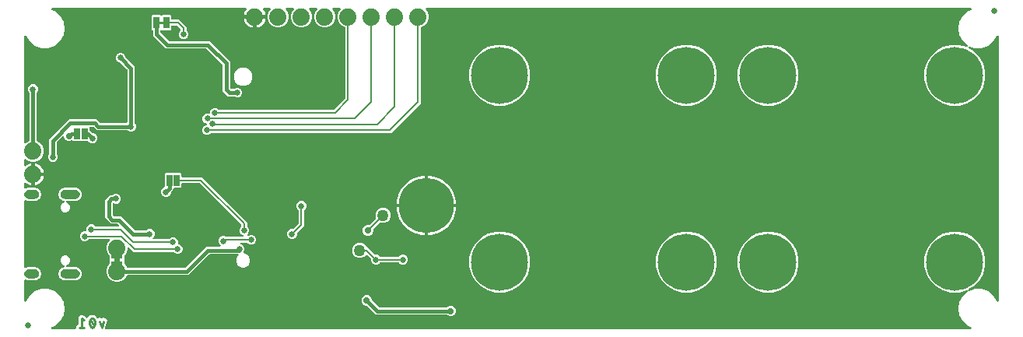
<source format=gbl>
G04 EAGLE Gerber RS-274X export*
G75*
%MOMM*%
%FSLAX34Y34*%
%LPD*%
%INBottom Copper*%
%IPPOS*%
%AMOC8*
5,1,8,0,0,1.08239X$1,22.5*%
G01*
%ADD10C,0.254000*%
%ADD11C,0.755600*%
%ADD12C,0.635000*%
%ADD13C,6.000000*%
%ADD14R,0.660400X1.270000*%
%ADD15R,1.270000X0.635000*%
%ADD16C,1.879600*%
%ADD17R,0.635000X1.270000*%
%ADD18C,1.270000*%
%ADD19C,6.197600*%
%ADD20C,0.660400*%
%ADD21C,0.203200*%
%ADD22C,0.406400*%
%ADD23C,0.736600*%

G36*
X58541Y3311D02*
X58541Y3311D01*
X58600Y3309D01*
X58682Y3331D01*
X58765Y3343D01*
X58818Y3366D01*
X58875Y3381D01*
X58947Y3424D01*
X59024Y3459D01*
X59069Y3497D01*
X59119Y3526D01*
X59177Y3588D01*
X59241Y3642D01*
X59274Y3691D01*
X59314Y3734D01*
X59352Y3809D01*
X59399Y3879D01*
X59417Y3935D01*
X59443Y3987D01*
X59455Y4055D01*
X59485Y4150D01*
X59487Y4250D01*
X59499Y4318D01*
X59499Y6448D01*
X61447Y8396D01*
X61504Y8411D01*
X61587Y8423D01*
X61641Y8446D01*
X61697Y8461D01*
X61770Y8504D01*
X61847Y8539D01*
X61891Y8577D01*
X61942Y8606D01*
X61999Y8668D01*
X62064Y8722D01*
X62096Y8771D01*
X62136Y8814D01*
X62175Y8889D01*
X62221Y8959D01*
X62239Y9015D01*
X62266Y9067D01*
X62277Y9135D01*
X62307Y9230D01*
X62310Y9330D01*
X62321Y9398D01*
X62321Y15001D01*
X62312Y15064D01*
X62315Y15113D01*
X62186Y16269D01*
X62187Y16269D01*
X62243Y16365D01*
X62251Y16396D01*
X62266Y16424D01*
X62278Y16501D01*
X62301Y16588D01*
X63119Y17406D01*
X63158Y17457D01*
X63194Y17490D01*
X63921Y18398D01*
X64029Y18426D01*
X64056Y18442D01*
X64086Y18452D01*
X64150Y18497D01*
X64227Y18543D01*
X65385Y18543D01*
X65448Y18552D01*
X65497Y18549D01*
X66653Y18677D01*
X66749Y18620D01*
X66779Y18613D01*
X66807Y18598D01*
X66885Y18585D01*
X66972Y18563D01*
X67790Y17744D01*
X67841Y17706D01*
X67874Y17670D01*
X70694Y15413D01*
X70772Y15367D01*
X70845Y15313D01*
X70894Y15295D01*
X70939Y15268D01*
X71027Y15246D01*
X71111Y15214D01*
X71164Y15210D01*
X71214Y15197D01*
X71305Y15200D01*
X71395Y15193D01*
X71446Y15204D01*
X71498Y15205D01*
X71584Y15232D01*
X71673Y15251D01*
X71720Y15275D01*
X71769Y15291D01*
X71844Y15342D01*
X71924Y15384D01*
X71962Y15420D01*
X72005Y15449D01*
X72064Y15519D01*
X72129Y15581D01*
X72151Y15622D01*
X72189Y15667D01*
X72252Y15808D01*
X72289Y15877D01*
X72514Y16534D01*
X75326Y18543D01*
X78781Y18543D01*
X81593Y16534D01*
X81994Y15366D01*
X82018Y15318D01*
X82034Y15266D01*
X82082Y15192D01*
X82123Y15113D01*
X82160Y15073D01*
X82189Y15028D01*
X82256Y14970D01*
X82317Y14905D01*
X82363Y14877D01*
X82404Y14842D01*
X82485Y14805D01*
X82561Y14759D01*
X82613Y14745D01*
X82662Y14723D01*
X82750Y14709D01*
X82836Y14687D01*
X82890Y14688D01*
X82944Y14680D01*
X83014Y14691D01*
X83120Y14694D01*
X83210Y14722D01*
X83275Y14732D01*
X85336Y15419D01*
X86887Y14644D01*
X86903Y14639D01*
X86917Y14629D01*
X87038Y14593D01*
X87156Y14554D01*
X87173Y14553D01*
X87190Y14548D01*
X87316Y14547D01*
X87440Y14542D01*
X87457Y14546D01*
X87474Y14546D01*
X87542Y14566D01*
X87717Y14609D01*
X87758Y14633D01*
X87795Y14644D01*
X89345Y15419D01*
X91941Y14554D01*
X93164Y12107D01*
X90929Y5401D01*
X90926Y5386D01*
X90920Y5372D01*
X90901Y5246D01*
X90878Y5121D01*
X90879Y5106D01*
X90877Y5091D01*
X90888Y5023D01*
X90906Y4839D01*
X90909Y4831D01*
X90879Y4772D01*
X90877Y4764D01*
X90872Y4757D01*
X90831Y4629D01*
X90789Y4503D01*
X90789Y4494D01*
X90786Y4486D01*
X90783Y4353D01*
X90777Y4218D01*
X90779Y4210D01*
X90779Y4202D01*
X90812Y4073D01*
X90844Y3942D01*
X90848Y3935D01*
X90851Y3927D01*
X90919Y3812D01*
X90985Y3695D01*
X90991Y3690D01*
X90996Y3682D01*
X91094Y3590D01*
X91189Y3498D01*
X91197Y3494D01*
X91203Y3488D01*
X91322Y3427D01*
X91440Y3364D01*
X91449Y3362D01*
X91456Y3358D01*
X91508Y3350D01*
X91718Y3305D01*
X91757Y3308D01*
X91787Y3303D01*
X1033227Y3303D01*
X1033334Y3318D01*
X1033441Y3326D01*
X1033474Y3338D01*
X1033508Y3343D01*
X1033607Y3387D01*
X1033708Y3424D01*
X1033736Y3445D01*
X1033768Y3459D01*
X1033850Y3529D01*
X1033937Y3592D01*
X1033958Y3620D01*
X1033985Y3642D01*
X1034045Y3732D01*
X1034110Y3818D01*
X1034123Y3850D01*
X1034142Y3879D01*
X1034175Y3982D01*
X1034215Y4082D01*
X1034218Y4117D01*
X1034228Y4150D01*
X1034231Y4258D01*
X1034241Y4365D01*
X1034235Y4400D01*
X1034236Y4434D01*
X1034208Y4539D01*
X1034188Y4645D01*
X1034173Y4676D01*
X1034164Y4709D01*
X1034109Y4802D01*
X1034060Y4898D01*
X1034036Y4924D01*
X1034018Y4954D01*
X1033940Y5028D01*
X1033866Y5107D01*
X1033839Y5122D01*
X1033811Y5148D01*
X1033620Y5246D01*
X1033574Y5272D01*
X1030438Y6413D01*
X1024605Y11308D01*
X1020798Y17902D01*
X1019476Y25400D01*
X1020798Y32898D01*
X1024605Y39492D01*
X1029550Y43642D01*
X1029593Y43689D01*
X1029643Y43729D01*
X1029687Y43794D01*
X1029740Y43853D01*
X1029768Y43911D01*
X1029805Y43963D01*
X1029830Y44038D01*
X1029864Y44109D01*
X1029875Y44172D01*
X1029896Y44232D01*
X1029899Y44311D01*
X1029912Y44389D01*
X1029905Y44453D01*
X1029908Y44516D01*
X1029890Y44593D01*
X1029881Y44672D01*
X1029857Y44731D01*
X1029842Y44793D01*
X1029803Y44861D01*
X1029773Y44934D01*
X1029733Y44984D01*
X1029701Y45040D01*
X1029645Y45095D01*
X1029595Y45157D01*
X1029543Y45194D01*
X1029498Y45238D01*
X1029428Y45276D01*
X1029364Y45321D01*
X1029303Y45342D01*
X1029247Y45373D01*
X1029170Y45389D01*
X1029095Y45415D01*
X1029032Y45419D01*
X1028969Y45432D01*
X1028904Y45426D01*
X1028811Y45431D01*
X1028707Y45407D01*
X1028635Y45400D01*
X1020347Y43179D01*
X1011653Y43179D01*
X1003254Y45430D01*
X995725Y49777D01*
X989577Y55925D01*
X985230Y63454D01*
X982979Y71853D01*
X982979Y80547D01*
X985230Y88946D01*
X989577Y96475D01*
X995725Y102623D01*
X1003254Y106970D01*
X1011653Y109221D01*
X1020347Y109221D01*
X1028746Y106970D01*
X1036275Y102623D01*
X1042423Y96475D01*
X1046770Y88946D01*
X1049021Y80547D01*
X1049021Y71853D01*
X1046770Y63454D01*
X1042423Y55925D01*
X1036275Y49777D01*
X1031020Y46743D01*
X1030977Y46709D01*
X1030929Y46684D01*
X1030866Y46622D01*
X1030796Y46568D01*
X1030764Y46524D01*
X1030725Y46486D01*
X1030682Y46409D01*
X1030630Y46337D01*
X1030611Y46286D01*
X1030584Y46239D01*
X1030563Y46153D01*
X1030533Y46070D01*
X1030530Y46015D01*
X1030517Y45963D01*
X1030521Y45874D01*
X1030515Y45786D01*
X1030527Y45733D01*
X1030529Y45679D01*
X1030557Y45595D01*
X1030577Y45508D01*
X1030602Y45461D01*
X1030620Y45409D01*
X1030670Y45336D01*
X1030712Y45258D01*
X1030750Y45220D01*
X1030781Y45175D01*
X1030850Y45119D01*
X1030912Y45056D01*
X1030959Y45030D01*
X1031001Y44995D01*
X1031083Y44960D01*
X1031160Y44917D01*
X1031213Y44905D01*
X1031263Y44883D01*
X1031350Y44873D01*
X1031437Y44852D01*
X1031491Y44855D01*
X1031545Y44848D01*
X1031615Y44861D01*
X1031721Y44867D01*
X1031796Y44895D01*
X1031875Y44909D01*
X1037593Y46991D01*
X1045207Y46991D01*
X1052362Y44387D01*
X1058195Y39492D01*
X1061603Y33589D01*
X1061615Y33574D01*
X1061623Y33556D01*
X1061702Y33462D01*
X1061778Y33365D01*
X1061794Y33354D01*
X1061807Y33339D01*
X1061909Y33271D01*
X1062008Y33199D01*
X1062027Y33192D01*
X1062043Y33181D01*
X1062160Y33144D01*
X1062276Y33103D01*
X1062296Y33101D01*
X1062314Y33096D01*
X1062437Y33092D01*
X1062560Y33085D01*
X1062579Y33089D01*
X1062598Y33088D01*
X1062717Y33119D01*
X1062837Y33146D01*
X1062855Y33155D01*
X1062873Y33160D01*
X1062979Y33223D01*
X1063087Y33282D01*
X1063101Y33295D01*
X1063118Y33305D01*
X1063202Y33395D01*
X1063289Y33481D01*
X1063299Y33498D01*
X1063312Y33513D01*
X1063368Y33622D01*
X1063428Y33729D01*
X1063433Y33748D01*
X1063442Y33766D01*
X1063454Y33838D01*
X1063493Y34006D01*
X1063491Y34057D01*
X1063497Y34097D01*
X1063497Y321503D01*
X1063495Y321523D01*
X1063497Y321542D01*
X1063475Y321663D01*
X1063457Y321785D01*
X1063449Y321802D01*
X1063446Y321822D01*
X1063391Y321932D01*
X1063341Y322044D01*
X1063329Y322059D01*
X1063320Y322077D01*
X1063237Y322167D01*
X1063158Y322261D01*
X1063141Y322272D01*
X1063128Y322286D01*
X1063023Y322351D01*
X1062921Y322419D01*
X1062902Y322425D01*
X1062886Y322435D01*
X1062767Y322467D01*
X1062650Y322504D01*
X1062630Y322505D01*
X1062611Y322510D01*
X1062489Y322509D01*
X1062366Y322512D01*
X1062347Y322507D01*
X1062327Y322507D01*
X1062209Y322471D01*
X1062091Y322440D01*
X1062074Y322430D01*
X1062055Y322424D01*
X1061952Y322357D01*
X1061846Y322295D01*
X1061833Y322280D01*
X1061816Y322270D01*
X1061770Y322213D01*
X1061652Y322087D01*
X1061628Y322042D01*
X1061603Y322011D01*
X1058195Y316108D01*
X1052362Y311213D01*
X1045207Y308609D01*
X1037593Y308609D01*
X1031875Y310691D01*
X1031822Y310702D01*
X1031772Y310722D01*
X1031684Y310731D01*
X1031597Y310749D01*
X1031543Y310745D01*
X1031489Y310751D01*
X1031402Y310735D01*
X1031313Y310729D01*
X1031262Y310710D01*
X1031209Y310700D01*
X1031130Y310661D01*
X1031046Y310630D01*
X1031003Y310598D01*
X1030954Y310574D01*
X1030889Y310514D01*
X1030817Y310462D01*
X1030784Y310419D01*
X1030744Y310382D01*
X1030698Y310307D01*
X1030644Y310237D01*
X1030624Y310186D01*
X1030596Y310140D01*
X1030572Y310055D01*
X1030540Y309972D01*
X1030535Y309918D01*
X1030521Y309866D01*
X1030522Y309777D01*
X1030513Y309689D01*
X1030524Y309636D01*
X1030524Y309582D01*
X1030550Y309497D01*
X1030566Y309410D01*
X1030591Y309361D01*
X1030607Y309309D01*
X1030655Y309235D01*
X1030695Y309156D01*
X1030732Y309116D01*
X1030761Y309071D01*
X1030816Y309025D01*
X1030888Y308948D01*
X1030958Y308908D01*
X1031020Y308857D01*
X1036275Y305823D01*
X1042423Y299675D01*
X1046770Y292146D01*
X1049021Y283747D01*
X1049021Y275053D01*
X1046770Y266654D01*
X1042423Y259125D01*
X1036275Y252977D01*
X1028746Y248630D01*
X1020347Y246379D01*
X1011653Y246379D01*
X1003254Y248630D01*
X995725Y252977D01*
X989577Y259125D01*
X985230Y266654D01*
X982979Y275053D01*
X982979Y283747D01*
X985230Y292146D01*
X989577Y299675D01*
X995725Y305823D01*
X1003254Y310170D01*
X1011653Y312421D01*
X1020347Y312421D01*
X1028635Y310200D01*
X1028698Y310192D01*
X1028760Y310175D01*
X1028839Y310175D01*
X1028917Y310166D01*
X1028980Y310176D01*
X1029044Y310176D01*
X1029120Y310198D01*
X1029198Y310211D01*
X1029256Y310238D01*
X1029317Y310256D01*
X1029383Y310298D01*
X1029455Y310332D01*
X1029503Y310374D01*
X1029557Y310409D01*
X1029609Y310468D01*
X1029668Y310520D01*
X1029703Y310574D01*
X1029745Y310622D01*
X1029779Y310693D01*
X1029821Y310759D01*
X1029840Y310821D01*
X1029867Y310878D01*
X1029880Y310956D01*
X1029902Y311032D01*
X1029902Y311096D01*
X1029913Y311159D01*
X1029903Y311237D01*
X1029904Y311316D01*
X1029887Y311378D01*
X1029879Y311441D01*
X1029848Y311514D01*
X1029827Y311590D01*
X1029793Y311644D01*
X1029768Y311703D01*
X1029726Y311753D01*
X1029677Y311832D01*
X1029597Y311904D01*
X1029550Y311958D01*
X1024605Y316108D01*
X1020798Y322702D01*
X1019476Y330200D01*
X1020798Y337698D01*
X1024605Y344292D01*
X1030438Y349187D01*
X1033574Y350328D01*
X1033669Y350379D01*
X1033768Y350423D01*
X1033794Y350445D01*
X1033825Y350462D01*
X1033902Y350537D01*
X1033985Y350607D01*
X1034004Y350635D01*
X1034029Y350660D01*
X1034083Y350753D01*
X1034142Y350843D01*
X1034153Y350876D01*
X1034170Y350906D01*
X1034196Y351011D01*
X1034228Y351114D01*
X1034229Y351149D01*
X1034237Y351183D01*
X1034233Y351290D01*
X1034236Y351398D01*
X1034227Y351432D01*
X1034225Y351467D01*
X1034191Y351569D01*
X1034164Y351673D01*
X1034146Y351703D01*
X1034135Y351736D01*
X1034074Y351825D01*
X1034018Y351918D01*
X1033993Y351942D01*
X1033973Y351970D01*
X1033890Y352038D01*
X1033811Y352112D01*
X1033780Y352128D01*
X1033753Y352150D01*
X1033654Y352193D01*
X1033558Y352242D01*
X1033527Y352247D01*
X1033492Y352262D01*
X1033280Y352288D01*
X1033227Y352297D01*
X441019Y352297D01*
X440990Y352293D01*
X440961Y352296D01*
X440850Y352273D01*
X440738Y352257D01*
X440711Y352245D01*
X440682Y352240D01*
X440582Y352187D01*
X440478Y352141D01*
X440456Y352122D01*
X440430Y352109D01*
X440348Y352031D01*
X440261Y351958D01*
X440245Y351933D01*
X440224Y351913D01*
X440167Y351815D01*
X440104Y351721D01*
X440095Y351693D01*
X440080Y351668D01*
X440052Y351558D01*
X440018Y351450D01*
X440017Y351420D01*
X440010Y351392D01*
X440014Y351279D01*
X440011Y351166D01*
X440018Y351137D01*
X440019Y351108D01*
X440054Y351000D01*
X440082Y350891D01*
X440097Y350865D01*
X440106Y350837D01*
X440152Y350773D01*
X440228Y350646D01*
X440273Y350603D01*
X440301Y350564D01*
X441491Y349375D01*
X443231Y345174D01*
X443231Y340626D01*
X441490Y336425D01*
X438275Y333210D01*
X435475Y332050D01*
X435474Y332049D01*
X435473Y332049D01*
X435354Y331978D01*
X435231Y331905D01*
X435230Y331904D01*
X435228Y331903D01*
X435131Y331800D01*
X435035Y331699D01*
X435035Y331697D01*
X435034Y331696D01*
X434969Y331570D01*
X434905Y331446D01*
X434905Y331444D01*
X434904Y331443D01*
X434902Y331428D01*
X434850Y331167D01*
X434853Y331137D01*
X434849Y331112D01*
X434849Y248927D01*
X402583Y216661D01*
X206846Y216661D01*
X206760Y216649D01*
X206672Y216646D01*
X206620Y216629D01*
X206565Y216621D01*
X206485Y216586D01*
X206402Y216559D01*
X206362Y216531D01*
X206305Y216505D01*
X206192Y216409D01*
X206128Y216364D01*
X204952Y215187D01*
X202991Y214375D01*
X200869Y214375D01*
X198908Y215187D01*
X197407Y216688D01*
X196595Y218649D01*
X196595Y220771D01*
X197407Y222732D01*
X198908Y224233D01*
X200869Y225045D01*
X200952Y225045D01*
X201038Y225057D01*
X201123Y225059D01*
X201178Y225077D01*
X201234Y225085D01*
X201312Y225120D01*
X201394Y225146D01*
X201441Y225178D01*
X201493Y225201D01*
X201559Y225256D01*
X201630Y225304D01*
X201667Y225348D01*
X201710Y225384D01*
X201758Y225456D01*
X201813Y225522D01*
X201836Y225574D01*
X201868Y225621D01*
X201894Y225703D01*
X201929Y225782D01*
X201937Y225838D01*
X201954Y225892D01*
X201956Y225978D01*
X201968Y226063D01*
X201960Y226119D01*
X201961Y226176D01*
X201939Y226259D01*
X201927Y226345D01*
X201904Y226396D01*
X201889Y226451D01*
X201845Y226525D01*
X201810Y226604D01*
X201773Y226647D01*
X201744Y226696D01*
X201681Y226755D01*
X201626Y226820D01*
X201584Y226846D01*
X201537Y226890D01*
X201407Y226956D01*
X201341Y226998D01*
X199500Y227760D01*
X197999Y229261D01*
X197187Y231222D01*
X197187Y233344D01*
X197999Y235305D01*
X199500Y236806D01*
X201461Y237618D01*
X203583Y237618D01*
X204081Y237411D01*
X204193Y237383D01*
X204302Y237348D01*
X204330Y237347D01*
X204357Y237340D01*
X204471Y237344D01*
X204586Y237341D01*
X204613Y237348D01*
X204641Y237349D01*
X204750Y237383D01*
X204861Y237413D01*
X204885Y237427D01*
X204912Y237435D01*
X205007Y237499D01*
X205106Y237558D01*
X205125Y237578D01*
X205148Y237593D01*
X205222Y237681D01*
X205300Y237765D01*
X205313Y237790D01*
X205331Y237811D01*
X205378Y237916D01*
X205430Y238018D01*
X205434Y238043D01*
X205446Y238071D01*
X205483Y238335D01*
X205485Y238349D01*
X205485Y239440D01*
X206297Y241401D01*
X207798Y242902D01*
X209759Y243714D01*
X211881Y243714D01*
X213842Y242902D01*
X215018Y241725D01*
X215088Y241673D01*
X215152Y241613D01*
X215201Y241587D01*
X215246Y241554D01*
X215327Y241523D01*
X215405Y241483D01*
X215453Y241475D01*
X215511Y241453D01*
X215659Y241441D01*
X215736Y241428D01*
X339566Y241428D01*
X339652Y241440D01*
X339740Y241443D01*
X339792Y241460D01*
X339847Y241468D01*
X339927Y241503D01*
X340010Y241530D01*
X340049Y241558D01*
X340107Y241584D01*
X340220Y241680D01*
X340284Y241725D01*
X352254Y253695D01*
X352306Y253765D01*
X352366Y253829D01*
X352392Y253879D01*
X352425Y253923D01*
X352456Y254004D01*
X352496Y254082D01*
X352504Y254130D01*
X352526Y254188D01*
X352538Y254336D01*
X352551Y254413D01*
X352551Y331112D01*
X352551Y331113D01*
X352551Y331115D01*
X352531Y331255D01*
X352511Y331393D01*
X352511Y331395D01*
X352511Y331396D01*
X352454Y331522D01*
X352395Y331653D01*
X352394Y331654D01*
X352393Y331655D01*
X352303Y331762D01*
X352212Y331870D01*
X352210Y331871D01*
X352209Y331872D01*
X352196Y331880D01*
X351975Y332027D01*
X351946Y332037D01*
X351925Y332050D01*
X349125Y333210D01*
X345910Y336425D01*
X344169Y340626D01*
X344169Y345174D01*
X345909Y349375D01*
X347099Y350564D01*
X347116Y350588D01*
X347139Y350607D01*
X347201Y350701D01*
X347270Y350791D01*
X347280Y350819D01*
X347296Y350843D01*
X347330Y350951D01*
X347371Y351057D01*
X347373Y351086D01*
X347382Y351114D01*
X347385Y351228D01*
X347394Y351340D01*
X347389Y351369D01*
X347389Y351398D01*
X347361Y351508D01*
X347338Y351619D01*
X347325Y351645D01*
X347318Y351673D01*
X347260Y351771D01*
X347207Y351871D01*
X347187Y351893D01*
X347172Y351918D01*
X347090Y351995D01*
X347012Y352077D01*
X346986Y352092D01*
X346965Y352112D01*
X346864Y352164D01*
X346766Y352221D01*
X346738Y352228D01*
X346712Y352242D01*
X346634Y352255D01*
X346491Y352291D01*
X346428Y352289D01*
X346381Y352297D01*
X339419Y352297D01*
X339390Y352293D01*
X339361Y352296D01*
X339250Y352273D01*
X339138Y352257D01*
X339111Y352245D01*
X339082Y352240D01*
X338982Y352187D01*
X338878Y352141D01*
X338856Y352122D01*
X338830Y352109D01*
X338748Y352031D01*
X338661Y351958D01*
X338645Y351933D01*
X338624Y351913D01*
X338567Y351815D01*
X338504Y351721D01*
X338495Y351693D01*
X338480Y351668D01*
X338452Y351558D01*
X338418Y351450D01*
X338417Y351420D01*
X338410Y351392D01*
X338414Y351279D01*
X338411Y351166D01*
X338418Y351137D01*
X338419Y351108D01*
X338454Y351000D01*
X338482Y350891D01*
X338497Y350865D01*
X338506Y350837D01*
X338552Y350773D01*
X338628Y350646D01*
X338673Y350603D01*
X338701Y350564D01*
X339891Y349375D01*
X341631Y345174D01*
X341631Y340626D01*
X339890Y336425D01*
X336675Y333210D01*
X332474Y331469D01*
X327926Y331469D01*
X323725Y333210D01*
X320510Y336425D01*
X318769Y340626D01*
X318769Y345174D01*
X320509Y349375D01*
X321699Y350564D01*
X321716Y350588D01*
X321739Y350607D01*
X321801Y350701D01*
X321870Y350791D01*
X321880Y350819D01*
X321896Y350843D01*
X321930Y350951D01*
X321971Y351057D01*
X321973Y351086D01*
X321982Y351114D01*
X321985Y351228D01*
X321994Y351340D01*
X321989Y351369D01*
X321989Y351398D01*
X321961Y351508D01*
X321938Y351619D01*
X321925Y351645D01*
X321918Y351673D01*
X321860Y351771D01*
X321807Y351871D01*
X321787Y351893D01*
X321772Y351918D01*
X321690Y351995D01*
X321612Y352077D01*
X321586Y352092D01*
X321565Y352112D01*
X321464Y352164D01*
X321366Y352221D01*
X321338Y352228D01*
X321312Y352242D01*
X321234Y352255D01*
X321091Y352291D01*
X321028Y352289D01*
X320981Y352297D01*
X314019Y352297D01*
X313990Y352293D01*
X313961Y352296D01*
X313850Y352273D01*
X313738Y352257D01*
X313711Y352245D01*
X313682Y352240D01*
X313582Y352187D01*
X313478Y352141D01*
X313456Y352122D01*
X313430Y352109D01*
X313348Y352031D01*
X313261Y351958D01*
X313245Y351933D01*
X313224Y351913D01*
X313167Y351815D01*
X313104Y351721D01*
X313095Y351693D01*
X313080Y351668D01*
X313052Y351558D01*
X313018Y351450D01*
X313017Y351420D01*
X313010Y351392D01*
X313014Y351279D01*
X313011Y351166D01*
X313018Y351137D01*
X313019Y351108D01*
X313054Y351000D01*
X313082Y350891D01*
X313097Y350865D01*
X313106Y350837D01*
X313152Y350773D01*
X313228Y350646D01*
X313273Y350603D01*
X313301Y350564D01*
X314491Y349375D01*
X316231Y345174D01*
X316231Y340626D01*
X314490Y336425D01*
X311275Y333210D01*
X307074Y331469D01*
X302526Y331469D01*
X298325Y333210D01*
X295110Y336425D01*
X293369Y340626D01*
X293369Y345174D01*
X295109Y349375D01*
X296299Y350564D01*
X296316Y350588D01*
X296339Y350607D01*
X296401Y350701D01*
X296470Y350791D01*
X296480Y350819D01*
X296496Y350843D01*
X296530Y350951D01*
X296571Y351057D01*
X296573Y351086D01*
X296582Y351114D01*
X296585Y351228D01*
X296594Y351340D01*
X296589Y351369D01*
X296589Y351398D01*
X296561Y351508D01*
X296538Y351619D01*
X296525Y351645D01*
X296518Y351673D01*
X296460Y351771D01*
X296407Y351871D01*
X296387Y351893D01*
X296372Y351918D01*
X296290Y351995D01*
X296212Y352077D01*
X296186Y352092D01*
X296165Y352112D01*
X296064Y352164D01*
X295966Y352221D01*
X295938Y352228D01*
X295912Y352242D01*
X295834Y352255D01*
X295691Y352291D01*
X295628Y352289D01*
X295581Y352297D01*
X288619Y352297D01*
X288590Y352293D01*
X288561Y352296D01*
X288450Y352273D01*
X288338Y352257D01*
X288311Y352245D01*
X288282Y352240D01*
X288182Y352187D01*
X288078Y352141D01*
X288056Y352122D01*
X288030Y352109D01*
X287948Y352031D01*
X287861Y351958D01*
X287845Y351933D01*
X287824Y351913D01*
X287767Y351815D01*
X287704Y351721D01*
X287695Y351693D01*
X287680Y351668D01*
X287652Y351558D01*
X287618Y351450D01*
X287617Y351420D01*
X287610Y351392D01*
X287614Y351279D01*
X287611Y351166D01*
X287618Y351137D01*
X287619Y351108D01*
X287654Y351000D01*
X287682Y350891D01*
X287697Y350865D01*
X287706Y350837D01*
X287752Y350773D01*
X287828Y350646D01*
X287873Y350603D01*
X287901Y350564D01*
X289091Y349375D01*
X290831Y345174D01*
X290831Y340626D01*
X289090Y336425D01*
X285875Y333210D01*
X281674Y331469D01*
X277126Y331469D01*
X272925Y333210D01*
X269710Y336425D01*
X267969Y340626D01*
X267969Y345174D01*
X269709Y349375D01*
X270899Y350564D01*
X270916Y350588D01*
X270939Y350607D01*
X271001Y350701D01*
X271070Y350791D01*
X271080Y350819D01*
X271096Y350843D01*
X271130Y350951D01*
X271171Y351057D01*
X271173Y351086D01*
X271182Y351114D01*
X271185Y351228D01*
X271194Y351340D01*
X271189Y351369D01*
X271189Y351398D01*
X271161Y351508D01*
X271138Y351619D01*
X271125Y351645D01*
X271118Y351673D01*
X271060Y351771D01*
X271007Y351871D01*
X270987Y351893D01*
X270972Y351918D01*
X270890Y351995D01*
X270812Y352077D01*
X270786Y352092D01*
X270765Y352112D01*
X270664Y352164D01*
X270566Y352221D01*
X270538Y352228D01*
X270512Y352242D01*
X270434Y352255D01*
X270291Y352291D01*
X270228Y352289D01*
X270181Y352297D01*
X263922Y352297D01*
X263831Y352284D01*
X263739Y352281D01*
X263691Y352265D01*
X263641Y352257D01*
X263556Y352220D01*
X263469Y352191D01*
X263428Y352162D01*
X263381Y352141D01*
X263311Y352082D01*
X263235Y352030D01*
X263203Y351990D01*
X263164Y351958D01*
X263113Y351881D01*
X263055Y351810D01*
X263035Y351763D01*
X263007Y351721D01*
X262979Y351633D01*
X262942Y351549D01*
X262936Y351498D01*
X262921Y351450D01*
X262918Y351358D01*
X262907Y351267D01*
X262915Y351216D01*
X262914Y351166D01*
X262937Y351077D01*
X262951Y350986D01*
X262971Y350946D01*
X262985Y350891D01*
X263066Y350754D01*
X263101Y350685D01*
X264211Y349157D01*
X265064Y347483D01*
X265645Y345696D01*
X265766Y344931D01*
X255016Y344931D01*
X254958Y344923D01*
X254900Y344925D01*
X254818Y344903D01*
X254735Y344891D01*
X254681Y344867D01*
X254625Y344853D01*
X254552Y344810D01*
X254475Y344775D01*
X254431Y344737D01*
X254380Y344707D01*
X254323Y344646D01*
X254258Y344591D01*
X254226Y344543D01*
X254186Y344500D01*
X254147Y344425D01*
X254101Y344355D01*
X254083Y344299D01*
X254056Y344247D01*
X254045Y344179D01*
X254015Y344084D01*
X254012Y343984D01*
X254001Y343916D01*
X254001Y342899D01*
X253999Y342899D01*
X253999Y343916D01*
X253991Y343974D01*
X253992Y344032D01*
X253971Y344114D01*
X253959Y344197D01*
X253935Y344251D01*
X253921Y344307D01*
X253878Y344380D01*
X253843Y344457D01*
X253805Y344502D01*
X253775Y344552D01*
X253714Y344610D01*
X253659Y344674D01*
X253611Y344706D01*
X253568Y344746D01*
X253493Y344785D01*
X253423Y344831D01*
X253367Y344849D01*
X253315Y344876D01*
X253247Y344887D01*
X253152Y344917D01*
X253052Y344920D01*
X252984Y344931D01*
X242234Y344931D01*
X242355Y345696D01*
X242936Y347483D01*
X243789Y349157D01*
X244899Y350685D01*
X244942Y350766D01*
X244993Y350843D01*
X245009Y350892D01*
X245033Y350936D01*
X245051Y351026D01*
X245079Y351114D01*
X245081Y351165D01*
X245091Y351215D01*
X245084Y351306D01*
X245086Y351398D01*
X245074Y351447D01*
X245070Y351498D01*
X245038Y351585D01*
X245015Y351673D01*
X244989Y351717D01*
X244971Y351765D01*
X244916Y351839D01*
X244869Y351918D01*
X244832Y351953D01*
X244802Y351993D01*
X244729Y352049D01*
X244662Y352112D01*
X244617Y352135D01*
X244577Y352166D01*
X244491Y352200D01*
X244409Y352242D01*
X244365Y352249D01*
X244312Y352270D01*
X244154Y352285D01*
X244078Y352297D01*
X33573Y352297D01*
X33466Y352282D01*
X33359Y352274D01*
X33326Y352262D01*
X33292Y352257D01*
X33193Y352213D01*
X33092Y352176D01*
X33064Y352155D01*
X33032Y352141D01*
X32950Y352071D01*
X32863Y352008D01*
X32842Y351980D01*
X32815Y351958D01*
X32755Y351868D01*
X32690Y351782D01*
X32677Y351750D01*
X32658Y351721D01*
X32625Y351618D01*
X32585Y351518D01*
X32582Y351483D01*
X32572Y351450D01*
X32569Y351342D01*
X32559Y351235D01*
X32565Y351200D01*
X32564Y351166D01*
X32592Y351061D01*
X32612Y350955D01*
X32627Y350924D01*
X32636Y350891D01*
X32691Y350798D01*
X32740Y350702D01*
X32764Y350676D01*
X32782Y350646D01*
X32860Y350572D01*
X32934Y350493D01*
X32961Y350478D01*
X32989Y350452D01*
X33180Y350354D01*
X33226Y350328D01*
X36362Y349187D01*
X42195Y344292D01*
X46002Y337698D01*
X47324Y330200D01*
X46002Y322702D01*
X42195Y316108D01*
X36362Y311213D01*
X29207Y308609D01*
X21593Y308609D01*
X14438Y311213D01*
X8605Y316108D01*
X5197Y322011D01*
X5185Y322026D01*
X5177Y322044D01*
X5098Y322138D01*
X5022Y322235D01*
X5006Y322246D01*
X4993Y322261D01*
X4891Y322329D01*
X4792Y322401D01*
X4773Y322408D01*
X4757Y322419D01*
X4640Y322456D01*
X4524Y322497D01*
X4504Y322499D01*
X4486Y322504D01*
X4363Y322508D01*
X4240Y322515D01*
X4221Y322511D01*
X4202Y322512D01*
X4083Y322481D01*
X3963Y322454D01*
X3945Y322445D01*
X3927Y322440D01*
X3821Y322377D01*
X3713Y322318D01*
X3699Y322305D01*
X3682Y322295D01*
X3598Y322205D01*
X3511Y322119D01*
X3501Y322102D01*
X3488Y322087D01*
X3432Y321978D01*
X3372Y321871D01*
X3367Y321852D01*
X3358Y321834D01*
X3346Y321762D01*
X3307Y321594D01*
X3309Y321543D01*
X3303Y321503D01*
X3303Y206069D01*
X3307Y206040D01*
X3304Y206011D01*
X3327Y205900D01*
X3343Y205788D01*
X3355Y205761D01*
X3360Y205732D01*
X3413Y205632D01*
X3459Y205528D01*
X3478Y205506D01*
X3491Y205480D01*
X3569Y205398D01*
X3642Y205311D01*
X3667Y205295D01*
X3687Y205274D01*
X3785Y205217D01*
X3879Y205154D01*
X3907Y205145D01*
X3932Y205130D01*
X4042Y205102D01*
X4150Y205068D01*
X4180Y205067D01*
X4208Y205060D01*
X4321Y205064D01*
X4434Y205061D01*
X4463Y205068D01*
X4492Y205069D01*
X4600Y205104D01*
X4709Y205132D01*
X4735Y205147D01*
X4763Y205156D01*
X4827Y205202D01*
X4954Y205278D01*
X4997Y205323D01*
X5036Y205351D01*
X6225Y206541D01*
X8009Y207279D01*
X8010Y207280D01*
X8011Y207280D01*
X8130Y207351D01*
X8253Y207424D01*
X8254Y207425D01*
X8256Y207426D01*
X8353Y207530D01*
X8449Y207630D01*
X8449Y207632D01*
X8450Y207633D01*
X8515Y207759D01*
X8579Y207883D01*
X8579Y207885D01*
X8580Y207886D01*
X8582Y207901D01*
X8634Y208162D01*
X8631Y208193D01*
X8635Y208217D01*
X8635Y260260D01*
X8623Y260346D01*
X8620Y260434D01*
X8603Y260486D01*
X8595Y260541D01*
X8560Y260621D01*
X8533Y260704D01*
X8505Y260744D01*
X8479Y260801D01*
X8383Y260914D01*
X8338Y260978D01*
X8177Y261138D01*
X7365Y263099D01*
X7365Y265221D01*
X8177Y267182D01*
X9678Y268683D01*
X11639Y269495D01*
X13761Y269495D01*
X15722Y268683D01*
X17223Y267182D01*
X18035Y265221D01*
X18035Y263099D01*
X17223Y261138D01*
X17062Y260978D01*
X17010Y260908D01*
X16950Y260844D01*
X16924Y260795D01*
X16891Y260750D01*
X16860Y260669D01*
X16820Y260591D01*
X16812Y260543D01*
X16790Y260485D01*
X16778Y260337D01*
X16765Y260260D01*
X16765Y208217D01*
X16765Y208216D01*
X16765Y208214D01*
X16785Y208074D01*
X16805Y207936D01*
X16805Y207934D01*
X16805Y207933D01*
X16862Y207807D01*
X16921Y207676D01*
X16922Y207675D01*
X16923Y207674D01*
X17014Y207567D01*
X17104Y207459D01*
X17106Y207458D01*
X17107Y207457D01*
X17120Y207449D01*
X17341Y207302D01*
X17370Y207292D01*
X17391Y207279D01*
X19175Y206540D01*
X22390Y203325D01*
X24131Y199124D01*
X24131Y194576D01*
X22390Y190375D01*
X19175Y187160D01*
X14974Y185419D01*
X10426Y185419D01*
X6225Y187159D01*
X5036Y188349D01*
X5012Y188366D01*
X4993Y188389D01*
X4899Y188451D01*
X4809Y188520D01*
X4781Y188530D01*
X4757Y188546D01*
X4649Y188580D01*
X4543Y188621D01*
X4514Y188623D01*
X4486Y188632D01*
X4372Y188635D01*
X4260Y188644D01*
X4231Y188639D01*
X4202Y188639D01*
X4092Y188611D01*
X3981Y188588D01*
X3955Y188575D01*
X3927Y188568D01*
X3829Y188510D01*
X3729Y188457D01*
X3707Y188437D01*
X3682Y188422D01*
X3605Y188340D01*
X3523Y188262D01*
X3508Y188236D01*
X3488Y188215D01*
X3436Y188114D01*
X3379Y188016D01*
X3372Y187988D01*
X3358Y187962D01*
X3345Y187884D01*
X3309Y187741D01*
X3311Y187678D01*
X3303Y187631D01*
X3303Y181372D01*
X3316Y181281D01*
X3319Y181189D01*
X3335Y181141D01*
X3343Y181091D01*
X3380Y181006D01*
X3409Y180919D01*
X3438Y180878D01*
X3459Y180831D01*
X3518Y180761D01*
X3570Y180685D01*
X3610Y180653D01*
X3642Y180614D01*
X3719Y180563D01*
X3790Y180505D01*
X3837Y180485D01*
X3879Y180457D01*
X3967Y180429D01*
X4051Y180392D01*
X4102Y180386D01*
X4150Y180371D01*
X4242Y180368D01*
X4333Y180357D01*
X4384Y180365D01*
X4434Y180364D01*
X4523Y180387D01*
X4614Y180401D01*
X4654Y180421D01*
X4709Y180435D01*
X4846Y180516D01*
X4915Y180551D01*
X6443Y181661D01*
X8117Y182514D01*
X9904Y183095D01*
X10669Y183216D01*
X10669Y172466D01*
X10677Y172408D01*
X10675Y172350D01*
X10697Y172268D01*
X10709Y172185D01*
X10733Y172131D01*
X10747Y172075D01*
X10790Y172002D01*
X10825Y171925D01*
X10863Y171881D01*
X10893Y171830D01*
X10954Y171773D01*
X11009Y171708D01*
X11057Y171676D01*
X11100Y171636D01*
X11175Y171597D01*
X11245Y171551D01*
X11301Y171533D01*
X11353Y171506D01*
X11421Y171495D01*
X11516Y171465D01*
X11616Y171462D01*
X11684Y171451D01*
X12701Y171451D01*
X12701Y171449D01*
X11684Y171449D01*
X11626Y171441D01*
X11568Y171442D01*
X11486Y171421D01*
X11403Y171409D01*
X11349Y171385D01*
X11293Y171371D01*
X11220Y171328D01*
X11143Y171293D01*
X11098Y171255D01*
X11048Y171225D01*
X10990Y171164D01*
X10926Y171109D01*
X10894Y171061D01*
X10854Y171018D01*
X10815Y170943D01*
X10769Y170873D01*
X10751Y170817D01*
X10724Y170765D01*
X10713Y170697D01*
X10683Y170602D01*
X10680Y170502D01*
X10669Y170434D01*
X10669Y159684D01*
X9904Y159805D01*
X8117Y160386D01*
X6443Y161239D01*
X4915Y162349D01*
X4834Y162392D01*
X4757Y162443D01*
X4708Y162459D01*
X4664Y162483D01*
X4574Y162501D01*
X4486Y162529D01*
X4435Y162531D01*
X4385Y162541D01*
X4294Y162534D01*
X4202Y162536D01*
X4153Y162524D01*
X4102Y162520D01*
X4015Y162488D01*
X3927Y162465D01*
X3883Y162439D01*
X3835Y162421D01*
X3761Y162366D01*
X3682Y162319D01*
X3647Y162282D01*
X3607Y162252D01*
X3551Y162179D01*
X3488Y162112D01*
X3465Y162067D01*
X3434Y162027D01*
X3400Y161941D01*
X3358Y161859D01*
X3351Y161815D01*
X3330Y161762D01*
X3315Y161604D01*
X3303Y161528D01*
X3303Y157020D01*
X3315Y156934D01*
X3317Y156847D01*
X3335Y156794D01*
X3343Y156738D01*
X3378Y156659D01*
X3404Y156577D01*
X3436Y156530D01*
X3459Y156479D01*
X3515Y156413D01*
X3563Y156341D01*
X3606Y156305D01*
X3642Y156262D01*
X3715Y156214D01*
X3781Y156158D01*
X3832Y156135D01*
X3879Y156104D01*
X3962Y156078D01*
X4041Y156043D01*
X4097Y156035D01*
X4150Y156018D01*
X4237Y156016D01*
X4322Y156004D01*
X4371Y156013D01*
X4434Y156011D01*
X4576Y156048D01*
X4653Y156061D01*
X5093Y156215D01*
X5226Y156284D01*
X5298Y156314D01*
X5891Y156687D01*
X6587Y156765D01*
X6732Y156802D01*
X6809Y156816D01*
X7315Y156993D01*
X7351Y156987D01*
X7445Y156957D01*
X7546Y156954D01*
X7614Y156943D01*
X8106Y156943D01*
X8170Y156952D01*
X8220Y156949D01*
X8955Y157032D01*
X8976Y157020D01*
X9006Y157012D01*
X9033Y156998D01*
X9110Y156985D01*
X9251Y156949D01*
X9315Y156951D01*
X9364Y156943D01*
X13196Y156943D01*
X13226Y156947D01*
X13257Y156945D01*
X13367Y156967D01*
X13477Y156983D01*
X13505Y156995D01*
X13536Y157001D01*
X13593Y157033D01*
X14340Y156949D01*
X14405Y156951D01*
X14454Y156943D01*
X14946Y156943D01*
X15005Y156951D01*
X15064Y156950D01*
X15130Y156969D01*
X15227Y156983D01*
X15248Y156992D01*
X15751Y156816D01*
X15897Y156787D01*
X15973Y156765D01*
X16669Y156687D01*
X17262Y156314D01*
X17398Y156253D01*
X17467Y156215D01*
X18128Y155984D01*
X18623Y155489D01*
X18742Y155399D01*
X18801Y155347D01*
X19394Y154974D01*
X19767Y154381D01*
X19863Y154267D01*
X19909Y154203D01*
X20404Y153708D01*
X20635Y153047D01*
X20704Y152914D01*
X20734Y152842D01*
X21107Y152249D01*
X21185Y151553D01*
X21222Y151408D01*
X21236Y151331D01*
X21467Y150670D01*
X21389Y149974D01*
X21393Y149824D01*
X21389Y149746D01*
X21467Y149050D01*
X21236Y148389D01*
X21207Y148243D01*
X21185Y148167D01*
X21107Y147471D01*
X20734Y146878D01*
X20673Y146742D01*
X20635Y146673D01*
X20404Y146012D01*
X19909Y145517D01*
X19819Y145397D01*
X19767Y145339D01*
X19394Y144746D01*
X18801Y144373D01*
X18687Y144277D01*
X18623Y144231D01*
X18128Y143736D01*
X17467Y143505D01*
X17334Y143436D01*
X17262Y143406D01*
X17016Y143251D01*
X17015Y143251D01*
X16669Y143033D01*
X15973Y142955D01*
X15828Y142918D01*
X15751Y142904D01*
X15245Y142727D01*
X15209Y142733D01*
X15115Y142763D01*
X15014Y142766D01*
X14946Y142777D01*
X14454Y142777D01*
X14390Y142768D01*
X14340Y142771D01*
X13605Y142688D01*
X13584Y142700D01*
X13554Y142708D01*
X13527Y142722D01*
X13450Y142735D01*
X13309Y142771D01*
X13245Y142769D01*
X13196Y142777D01*
X9364Y142777D01*
X9334Y142773D01*
X9303Y142775D01*
X9193Y142753D01*
X9083Y142737D01*
X9055Y142725D01*
X9024Y142719D01*
X8967Y142687D01*
X8220Y142771D01*
X8155Y142769D01*
X8106Y142777D01*
X7614Y142777D01*
X7555Y142769D01*
X7496Y142770D01*
X7430Y142751D01*
X7333Y142737D01*
X7312Y142728D01*
X6809Y142904D01*
X6663Y142933D01*
X6587Y142955D01*
X5891Y143033D01*
X5298Y143406D01*
X5162Y143467D01*
X5093Y143505D01*
X4653Y143659D01*
X4568Y143675D01*
X4486Y143702D01*
X4430Y143703D01*
X4374Y143714D01*
X4288Y143707D01*
X4202Y143709D01*
X4147Y143695D01*
X4091Y143690D01*
X4010Y143659D01*
X3927Y143637D01*
X3878Y143608D01*
X3826Y143588D01*
X3757Y143536D01*
X3682Y143492D01*
X3644Y143451D01*
X3599Y143417D01*
X3547Y143348D01*
X3488Y143284D01*
X3462Y143234D01*
X3428Y143189D01*
X3398Y143108D01*
X3358Y143031D01*
X3350Y142983D01*
X3328Y142924D01*
X3316Y142778D01*
X3303Y142700D01*
X3303Y70660D01*
X3315Y70574D01*
X3317Y70487D01*
X3335Y70434D01*
X3343Y70378D01*
X3378Y70299D01*
X3404Y70217D01*
X3436Y70170D01*
X3459Y70119D01*
X3515Y70053D01*
X3563Y69981D01*
X3606Y69945D01*
X3642Y69902D01*
X3715Y69854D01*
X3781Y69798D01*
X3832Y69775D01*
X3879Y69744D01*
X3962Y69718D01*
X4041Y69683D01*
X4097Y69675D01*
X4150Y69658D01*
X4237Y69656D01*
X4322Y69644D01*
X4371Y69653D01*
X4434Y69651D01*
X4576Y69688D01*
X4653Y69701D01*
X5093Y69855D01*
X5226Y69924D01*
X5298Y69954D01*
X5891Y70327D01*
X6587Y70405D01*
X6732Y70442D01*
X6809Y70456D01*
X7315Y70633D01*
X7351Y70627D01*
X7445Y70597D01*
X7546Y70594D01*
X7614Y70583D01*
X8106Y70583D01*
X8170Y70592D01*
X8220Y70589D01*
X8955Y70672D01*
X8976Y70660D01*
X9006Y70652D01*
X9033Y70638D01*
X9110Y70625D01*
X9251Y70589D01*
X9315Y70591D01*
X9364Y70583D01*
X13196Y70583D01*
X13226Y70587D01*
X13257Y70585D01*
X13367Y70607D01*
X13477Y70623D01*
X13505Y70635D01*
X13536Y70641D01*
X13593Y70673D01*
X14340Y70589D01*
X14405Y70591D01*
X14454Y70583D01*
X14946Y70583D01*
X15005Y70591D01*
X15064Y70590D01*
X15130Y70609D01*
X15227Y70623D01*
X15248Y70632D01*
X15751Y70456D01*
X15897Y70427D01*
X15973Y70405D01*
X16669Y70327D01*
X17262Y69954D01*
X17398Y69893D01*
X17467Y69855D01*
X18128Y69624D01*
X18623Y69129D01*
X18742Y69039D01*
X18801Y68987D01*
X19394Y68614D01*
X19767Y68021D01*
X19863Y67907D01*
X19909Y67843D01*
X20404Y67348D01*
X20635Y66687D01*
X20704Y66554D01*
X20734Y66482D01*
X21107Y65889D01*
X21185Y65193D01*
X21222Y65048D01*
X21236Y64971D01*
X21467Y64310D01*
X21389Y63614D01*
X21393Y63464D01*
X21389Y63386D01*
X21467Y62690D01*
X21236Y62029D01*
X21207Y61883D01*
X21185Y61807D01*
X21107Y61111D01*
X20734Y60518D01*
X20673Y60382D01*
X20635Y60313D01*
X20404Y59652D01*
X19909Y59157D01*
X19819Y59038D01*
X19767Y58979D01*
X19394Y58386D01*
X18801Y58013D01*
X18687Y57917D01*
X18623Y57871D01*
X18128Y57376D01*
X17467Y57145D01*
X17334Y57076D01*
X17262Y57046D01*
X17117Y56955D01*
X16669Y56673D01*
X15973Y56595D01*
X15828Y56558D01*
X15751Y56544D01*
X15245Y56367D01*
X15209Y56373D01*
X15115Y56403D01*
X15014Y56406D01*
X14946Y56417D01*
X14454Y56417D01*
X14390Y56408D01*
X14340Y56411D01*
X13605Y56328D01*
X13584Y56340D01*
X13554Y56348D01*
X13527Y56362D01*
X13450Y56375D01*
X13309Y56411D01*
X13245Y56409D01*
X13196Y56417D01*
X9364Y56417D01*
X9334Y56413D01*
X9303Y56415D01*
X9193Y56393D01*
X9083Y56377D01*
X9055Y56365D01*
X9024Y56359D01*
X8967Y56327D01*
X8220Y56411D01*
X8155Y56409D01*
X8106Y56417D01*
X7614Y56417D01*
X7555Y56409D01*
X7496Y56410D01*
X7430Y56391D01*
X7333Y56377D01*
X7312Y56368D01*
X6809Y56544D01*
X6663Y56573D01*
X6587Y56595D01*
X5891Y56673D01*
X5298Y57046D01*
X5162Y57107D01*
X5093Y57145D01*
X4653Y57299D01*
X4568Y57315D01*
X4486Y57342D01*
X4430Y57343D01*
X4374Y57354D01*
X4288Y57347D01*
X4202Y57349D01*
X4147Y57335D01*
X4091Y57330D01*
X4010Y57299D01*
X3927Y57277D01*
X3878Y57248D01*
X3826Y57228D01*
X3757Y57176D01*
X3682Y57132D01*
X3644Y57091D01*
X3599Y57057D01*
X3547Y56988D01*
X3488Y56924D01*
X3462Y56874D01*
X3428Y56829D01*
X3398Y56748D01*
X3358Y56671D01*
X3350Y56623D01*
X3328Y56564D01*
X3316Y56418D01*
X3303Y56340D01*
X3303Y34097D01*
X3305Y34077D01*
X3303Y34058D01*
X3325Y33937D01*
X3343Y33815D01*
X3351Y33797D01*
X3354Y33778D01*
X3409Y33668D01*
X3459Y33556D01*
X3471Y33541D01*
X3480Y33523D01*
X3563Y33433D01*
X3642Y33339D01*
X3659Y33328D01*
X3672Y33314D01*
X3777Y33249D01*
X3879Y33181D01*
X3898Y33175D01*
X3914Y33165D01*
X4033Y33133D01*
X4150Y33096D01*
X4170Y33095D01*
X4189Y33090D01*
X4311Y33091D01*
X4434Y33088D01*
X4453Y33093D01*
X4473Y33093D01*
X4591Y33129D01*
X4709Y33160D01*
X4726Y33170D01*
X4745Y33176D01*
X4848Y33243D01*
X4954Y33305D01*
X4967Y33320D01*
X4984Y33330D01*
X5030Y33387D01*
X5148Y33513D01*
X5172Y33558D01*
X5197Y33589D01*
X8605Y39492D01*
X14438Y44387D01*
X21593Y46991D01*
X29207Y46991D01*
X36362Y44387D01*
X42195Y39492D01*
X46002Y32898D01*
X47324Y25400D01*
X46002Y17902D01*
X42195Y11308D01*
X36362Y6413D01*
X33226Y5272D01*
X33131Y5221D01*
X33032Y5177D01*
X33006Y5155D01*
X32975Y5138D01*
X32898Y5063D01*
X32815Y4993D01*
X32796Y4965D01*
X32771Y4940D01*
X32717Y4847D01*
X32658Y4757D01*
X32647Y4724D01*
X32630Y4694D01*
X32604Y4589D01*
X32572Y4486D01*
X32571Y4451D01*
X32563Y4417D01*
X32567Y4310D01*
X32564Y4202D01*
X32573Y4168D01*
X32575Y4133D01*
X32609Y4031D01*
X32636Y3927D01*
X32654Y3897D01*
X32665Y3864D01*
X32726Y3775D01*
X32782Y3682D01*
X32807Y3658D01*
X32827Y3630D01*
X32910Y3562D01*
X32989Y3488D01*
X33020Y3472D01*
X33047Y3450D01*
X33146Y3407D01*
X33242Y3358D01*
X33273Y3353D01*
X33308Y3338D01*
X33520Y3312D01*
X33573Y3303D01*
X58484Y3303D01*
X58541Y3311D01*
G37*
%LPC*%
G36*
X101866Y54609D02*
X101866Y54609D01*
X97665Y56350D01*
X94450Y59565D01*
X92709Y63766D01*
X92709Y68314D01*
X94450Y72515D01*
X95460Y73525D01*
X95512Y73595D01*
X95572Y73659D01*
X95598Y73708D01*
X95631Y73753D01*
X95662Y73834D01*
X95702Y73912D01*
X95710Y73960D01*
X95732Y74018D01*
X95744Y74166D01*
X95757Y74243D01*
X95757Y77677D01*
X96102Y78022D01*
X96137Y78069D01*
X96180Y78109D01*
X96223Y78182D01*
X96273Y78249D01*
X96294Y78304D01*
X96324Y78354D01*
X96345Y78436D01*
X96375Y78515D01*
X96379Y78573D01*
X96394Y78630D01*
X96391Y78714D01*
X96398Y78798D01*
X96387Y78856D01*
X96385Y78914D01*
X96359Y78994D01*
X96342Y79077D01*
X96315Y79129D01*
X96297Y79185D01*
X96257Y79241D01*
X96211Y79329D01*
X96143Y79402D01*
X96102Y79458D01*
X95757Y79803D01*
X95757Y83237D01*
X95745Y83323D01*
X95742Y83411D01*
X95725Y83463D01*
X95717Y83518D01*
X95682Y83598D01*
X95655Y83681D01*
X95627Y83721D01*
X95601Y83778D01*
X95505Y83891D01*
X95460Y83955D01*
X94450Y84965D01*
X92709Y89166D01*
X92709Y93714D01*
X94449Y97915D01*
X95893Y99358D01*
X95910Y99382D01*
X95933Y99401D01*
X95995Y99495D01*
X96064Y99585D01*
X96074Y99613D01*
X96090Y99637D01*
X96124Y99745D01*
X96165Y99851D01*
X96167Y99880D01*
X96176Y99908D01*
X96179Y100022D01*
X96188Y100134D01*
X96183Y100163D01*
X96183Y100192D01*
X96155Y100302D01*
X96132Y100413D01*
X96119Y100439D01*
X96112Y100467D01*
X96054Y100565D01*
X96001Y100665D01*
X95981Y100687D01*
X95966Y100712D01*
X95884Y100789D01*
X95806Y100871D01*
X95780Y100886D01*
X95759Y100906D01*
X95658Y100958D01*
X95560Y101015D01*
X95532Y101022D01*
X95506Y101036D01*
X95428Y101049D01*
X95285Y101085D01*
X95222Y101083D01*
X95175Y101091D01*
X73826Y101091D01*
X73740Y101079D01*
X73652Y101076D01*
X73600Y101059D01*
X73545Y101051D01*
X73465Y101016D01*
X73382Y100989D01*
X73342Y100961D01*
X73285Y100935D01*
X73172Y100839D01*
X73108Y100794D01*
X71932Y99617D01*
X69971Y98805D01*
X67849Y98805D01*
X65888Y99617D01*
X64387Y101118D01*
X63575Y103079D01*
X63575Y105201D01*
X64387Y107162D01*
X65888Y108663D01*
X67849Y109475D01*
X69850Y109475D01*
X69908Y109483D01*
X69966Y109481D01*
X70048Y109503D01*
X70132Y109515D01*
X70185Y109538D01*
X70241Y109553D01*
X70314Y109596D01*
X70391Y109631D01*
X70436Y109669D01*
X70486Y109698D01*
X70544Y109760D01*
X70608Y109814D01*
X70640Y109863D01*
X70680Y109906D01*
X70719Y109981D01*
X70766Y110051D01*
X70783Y110107D01*
X70810Y110159D01*
X70821Y110227D01*
X70851Y110322D01*
X70854Y110422D01*
X70865Y110490D01*
X70865Y112791D01*
X71677Y114752D01*
X73178Y116253D01*
X75139Y117065D01*
X77261Y117065D01*
X79222Y116253D01*
X80398Y115076D01*
X80468Y115024D01*
X80532Y114964D01*
X80581Y114938D01*
X80626Y114905D01*
X80707Y114874D01*
X80785Y114834D01*
X80833Y114826D01*
X80891Y114804D01*
X81039Y114792D01*
X81116Y114779D01*
X105622Y114779D01*
X105651Y114783D01*
X105680Y114780D01*
X105791Y114803D01*
X105903Y114819D01*
X105930Y114831D01*
X105959Y114836D01*
X106060Y114889D01*
X106163Y114935D01*
X106185Y114954D01*
X106211Y114967D01*
X106293Y115045D01*
X106380Y115118D01*
X106396Y115143D01*
X106417Y115163D01*
X106475Y115261D01*
X106537Y115355D01*
X106546Y115383D01*
X106561Y115408D01*
X106589Y115518D01*
X106623Y115626D01*
X106624Y115656D01*
X106631Y115684D01*
X106628Y115797D01*
X106630Y115910D01*
X106623Y115939D01*
X106622Y115968D01*
X106587Y116076D01*
X106559Y116185D01*
X106544Y116211D01*
X106535Y116239D01*
X106489Y116303D01*
X106413Y116430D01*
X106368Y116473D01*
X106340Y116512D01*
X105294Y117558D01*
X105224Y117610D01*
X105160Y117670D01*
X105111Y117696D01*
X105066Y117729D01*
X104985Y117760D01*
X104907Y117800D01*
X104859Y117808D01*
X104801Y117830D01*
X104653Y117842D01*
X104576Y117855D01*
X97376Y117855D01*
X91185Y124046D01*
X91185Y143924D01*
X96201Y148940D01*
X99065Y148940D01*
X99151Y148952D01*
X99239Y148955D01*
X99291Y148972D01*
X99346Y148980D01*
X99426Y149015D01*
X99509Y149042D01*
X99549Y149070D01*
X99606Y149096D01*
X99719Y149192D01*
X99783Y149237D01*
X99943Y149398D01*
X101904Y150210D01*
X104026Y150210D01*
X105987Y149398D01*
X107488Y147897D01*
X108300Y145936D01*
X108300Y143814D01*
X107488Y141853D01*
X105987Y140352D01*
X104026Y139540D01*
X101904Y139540D01*
X100719Y140031D01*
X100607Y140060D01*
X100498Y140095D01*
X100470Y140095D01*
X100443Y140102D01*
X100329Y140099D01*
X100214Y140102D01*
X100187Y140095D01*
X100159Y140094D01*
X100050Y140059D01*
X99939Y140030D01*
X99915Y140016D01*
X99888Y140007D01*
X99793Y139943D01*
X99694Y139885D01*
X99675Y139865D01*
X99652Y139849D01*
X99578Y139761D01*
X99500Y139677D01*
X99487Y139653D01*
X99469Y139632D01*
X99423Y139527D01*
X99370Y139424D01*
X99366Y139400D01*
X99354Y139372D01*
X99317Y139108D01*
X99315Y139093D01*
X99315Y127834D01*
X99327Y127748D01*
X99330Y127660D01*
X99347Y127608D01*
X99355Y127553D01*
X99390Y127473D01*
X99417Y127390D01*
X99445Y127350D01*
X99471Y127293D01*
X99567Y127180D01*
X99612Y127116D01*
X100446Y126282D01*
X100516Y126230D01*
X100580Y126170D01*
X100629Y126144D01*
X100674Y126111D01*
X100755Y126080D01*
X100833Y126040D01*
X100881Y126032D01*
X100939Y126010D01*
X101087Y125998D01*
X101164Y125985D01*
X108364Y125985D01*
X123306Y111042D01*
X123376Y110990D01*
X123440Y110930D01*
X123489Y110904D01*
X123534Y110871D01*
X123615Y110840D01*
X123693Y110800D01*
X123741Y110792D01*
X123799Y110770D01*
X123947Y110758D01*
X124024Y110745D01*
X135800Y110745D01*
X135886Y110757D01*
X135974Y110760D01*
X136026Y110777D01*
X136081Y110785D01*
X136161Y110820D01*
X136244Y110847D01*
X136284Y110875D01*
X136341Y110901D01*
X136454Y110997D01*
X136518Y111042D01*
X136678Y111203D01*
X138639Y112015D01*
X140761Y112015D01*
X142722Y111203D01*
X144223Y109702D01*
X145035Y107741D01*
X145035Y105619D01*
X144223Y103658D01*
X143136Y102572D01*
X143119Y102548D01*
X143096Y102529D01*
X143034Y102435D01*
X142965Y102345D01*
X142955Y102317D01*
X142939Y102293D01*
X142905Y102185D01*
X142864Y102079D01*
X142862Y102050D01*
X142853Y102022D01*
X142850Y101908D01*
X142841Y101796D01*
X142846Y101767D01*
X142846Y101738D01*
X142874Y101628D01*
X142897Y101517D01*
X142910Y101491D01*
X142917Y101463D01*
X142975Y101365D01*
X143027Y101265D01*
X143048Y101243D01*
X143063Y101218D01*
X143145Y101141D01*
X143223Y101059D01*
X143249Y101044D01*
X143270Y101024D01*
X143371Y100972D01*
X143469Y100915D01*
X143497Y100908D01*
X143523Y100894D01*
X143600Y100881D01*
X143744Y100845D01*
X143807Y100847D01*
X143854Y100839D01*
X160184Y100839D01*
X160270Y100851D01*
X160358Y100854D01*
X160410Y100871D01*
X160465Y100879D01*
X160545Y100914D01*
X160628Y100941D01*
X160668Y100969D01*
X160725Y100995D01*
X160838Y101091D01*
X160902Y101136D01*
X162078Y102313D01*
X164039Y103125D01*
X166161Y103125D01*
X168122Y102313D01*
X169623Y100812D01*
X170435Y98851D01*
X170435Y96540D01*
X170431Y96515D01*
X170443Y96433D01*
X170446Y96349D01*
X170463Y96293D01*
X170472Y96234D01*
X170506Y96158D01*
X170532Y96078D01*
X170565Y96029D01*
X170589Y95975D01*
X170643Y95911D01*
X170690Y95842D01*
X170735Y95804D01*
X170773Y95759D01*
X170832Y95722D01*
X170907Y95658D01*
X170999Y95617D01*
X171058Y95581D01*
X173202Y94693D01*
X174703Y93192D01*
X175515Y91231D01*
X175515Y89109D01*
X174703Y87148D01*
X173202Y85647D01*
X171241Y84835D01*
X169119Y84835D01*
X167158Y85647D01*
X165982Y86824D01*
X165912Y86876D01*
X165848Y86936D01*
X165799Y86962D01*
X165754Y86995D01*
X165673Y87026D01*
X165595Y87066D01*
X165547Y87074D01*
X165489Y87096D01*
X165341Y87108D01*
X165264Y87121D01*
X121927Y87121D01*
X117304Y91745D01*
X117280Y91762D01*
X117261Y91785D01*
X117167Y91847D01*
X117077Y91915D01*
X117049Y91926D01*
X117025Y91942D01*
X116917Y91976D01*
X116811Y92017D01*
X116782Y92019D01*
X116754Y92028D01*
X116640Y92031D01*
X116528Y92040D01*
X116499Y92035D01*
X116470Y92035D01*
X116360Y92007D01*
X116249Y91984D01*
X116223Y91971D01*
X116195Y91963D01*
X116097Y91906D01*
X115997Y91853D01*
X115975Y91833D01*
X115950Y91818D01*
X115873Y91736D01*
X115791Y91658D01*
X115776Y91632D01*
X115756Y91611D01*
X115704Y91510D01*
X115647Y91412D01*
X115640Y91384D01*
X115626Y91358D01*
X115613Y91280D01*
X115577Y91137D01*
X115579Y91074D01*
X115571Y91027D01*
X115571Y89166D01*
X113830Y84965D01*
X112820Y83955D01*
X112768Y83885D01*
X112708Y83821D01*
X112682Y83772D01*
X112649Y83727D01*
X112618Y83646D01*
X112578Y83568D01*
X112570Y83520D01*
X112548Y83462D01*
X112536Y83314D01*
X112523Y83237D01*
X112523Y79803D01*
X112178Y79458D01*
X112142Y79411D01*
X112100Y79371D01*
X112057Y79298D01*
X112007Y79231D01*
X111986Y79176D01*
X111956Y79126D01*
X111936Y79044D01*
X111905Y78965D01*
X111901Y78907D01*
X111886Y78850D01*
X111889Y78766D01*
X111882Y78682D01*
X111893Y78624D01*
X111895Y78566D01*
X111921Y78486D01*
X111938Y78403D01*
X111965Y78351D01*
X111983Y78295D01*
X112023Y78239D01*
X112069Y78151D01*
X112138Y78078D01*
X112178Y78022D01*
X112523Y77677D01*
X112523Y74243D01*
X112535Y74157D01*
X112538Y74069D01*
X112555Y74017D01*
X112563Y73962D01*
X112598Y73882D01*
X112625Y73799D01*
X112653Y73759D01*
X112679Y73702D01*
X112775Y73589D01*
X112820Y73525D01*
X113830Y72515D01*
X114569Y70731D01*
X114570Y70730D01*
X114570Y70729D01*
X114641Y70609D01*
X114714Y70487D01*
X114715Y70486D01*
X114716Y70484D01*
X114820Y70387D01*
X114920Y70291D01*
X114922Y70291D01*
X114923Y70290D01*
X115049Y70225D01*
X115173Y70161D01*
X115175Y70161D01*
X115176Y70160D01*
X115191Y70158D01*
X115452Y70106D01*
X115483Y70109D01*
X115507Y70105D01*
X178236Y70105D01*
X178322Y70117D01*
X178410Y70120D01*
X178462Y70137D01*
X178517Y70145D01*
X178597Y70180D01*
X178680Y70207D01*
X178720Y70235D01*
X178777Y70261D01*
X178890Y70357D01*
X178954Y70402D01*
X198838Y90286D01*
X198838Y90287D01*
X201516Y92965D01*
X215810Y92965D01*
X215839Y92969D01*
X215868Y92966D01*
X215979Y92989D01*
X216091Y93005D01*
X216118Y93017D01*
X216147Y93022D01*
X216248Y93075D01*
X216351Y93121D01*
X216373Y93140D01*
X216399Y93153D01*
X216481Y93231D01*
X216568Y93304D01*
X216584Y93329D01*
X216605Y93349D01*
X216662Y93447D01*
X216725Y93541D01*
X216734Y93569D01*
X216749Y93594D01*
X216777Y93704D01*
X216811Y93812D01*
X216812Y93842D01*
X216819Y93870D01*
X216815Y93983D01*
X216818Y94096D01*
X216811Y94125D01*
X216810Y94154D01*
X216775Y94262D01*
X216747Y94371D01*
X216732Y94397D01*
X216723Y94425D01*
X216677Y94489D01*
X216601Y94616D01*
X216556Y94659D01*
X216528Y94698D01*
X215187Y96038D01*
X214375Y97999D01*
X214375Y100121D01*
X215187Y102082D01*
X216688Y103583D01*
X218649Y104395D01*
X220771Y104395D01*
X222768Y103568D01*
X222772Y103564D01*
X222821Y103538D01*
X222866Y103505D01*
X222947Y103474D01*
X223025Y103434D01*
X223073Y103426D01*
X223131Y103404D01*
X223279Y103392D01*
X223356Y103379D01*
X240694Y103379D01*
X240779Y103391D01*
X240865Y103393D01*
X240919Y103411D01*
X240975Y103419D01*
X241054Y103454D01*
X241136Y103480D01*
X241183Y103512D01*
X241235Y103535D01*
X241300Y103590D01*
X241372Y103638D01*
X241408Y103682D01*
X241452Y103718D01*
X241499Y103790D01*
X241555Y103856D01*
X241578Y103908D01*
X241609Y103955D01*
X241635Y104037D01*
X241670Y104116D01*
X241678Y104172D01*
X241695Y104226D01*
X241697Y104312D01*
X241709Y104397D01*
X241701Y104453D01*
X241702Y104510D01*
X241681Y104593D01*
X241668Y104679D01*
X241645Y104730D01*
X241631Y104785D01*
X241587Y104859D01*
X241551Y104938D01*
X241514Y104981D01*
X241485Y105030D01*
X241423Y105089D01*
X241367Y105154D01*
X241325Y105180D01*
X241278Y105224D01*
X241149Y105290D01*
X241082Y105332D01*
X239548Y105967D01*
X238047Y107468D01*
X237235Y109429D01*
X237235Y111551D01*
X238047Y113512D01*
X239224Y114688D01*
X239276Y114758D01*
X239336Y114822D01*
X239362Y114871D01*
X239395Y114916D01*
X239426Y114997D01*
X239466Y115075D01*
X239474Y115123D01*
X239496Y115181D01*
X239508Y115329D01*
X239521Y115406D01*
X239521Y116427D01*
X239509Y116513D01*
X239506Y116601D01*
X239489Y116653D01*
X239481Y116708D01*
X239446Y116788D01*
X239419Y116871D01*
X239391Y116910D01*
X239365Y116968D01*
X239269Y117081D01*
X239224Y117145D01*
X194615Y161754D01*
X194545Y161806D01*
X194481Y161866D01*
X194431Y161892D01*
X194387Y161925D01*
X194306Y161956D01*
X194228Y161996D01*
X194180Y162004D01*
X194122Y162026D01*
X193974Y162038D01*
X193897Y162051D01*
X175387Y162051D01*
X175329Y162043D01*
X175271Y162045D01*
X175189Y162023D01*
X175105Y162011D01*
X175052Y161988D01*
X174996Y161973D01*
X174923Y161930D01*
X174846Y161895D01*
X174801Y161857D01*
X174751Y161828D01*
X174693Y161766D01*
X174629Y161712D01*
X174597Y161663D01*
X174557Y161620D01*
X174518Y161545D01*
X174471Y161475D01*
X174454Y161419D01*
X174427Y161367D01*
X174416Y161299D01*
X174386Y161204D01*
X174383Y161104D01*
X174372Y161036D01*
X174372Y157908D01*
X173181Y156717D01*
X166116Y156717D01*
X166058Y156709D01*
X166000Y156711D01*
X165918Y156689D01*
X165834Y156677D01*
X165781Y156654D01*
X165725Y156639D01*
X165652Y156596D01*
X165575Y156561D01*
X165530Y156523D01*
X165480Y156494D01*
X165422Y156432D01*
X165358Y156378D01*
X165326Y156329D01*
X165286Y156286D01*
X165247Y156211D01*
X165200Y156141D01*
X165183Y156085D01*
X165156Y156033D01*
X165145Y155965D01*
X165115Y155870D01*
X165112Y155770D01*
X165101Y155702D01*
X165101Y154272D01*
X163112Y152284D01*
X163060Y152214D01*
X163000Y152150D01*
X162974Y152101D01*
X162941Y152056D01*
X162910Y151975D01*
X162870Y151897D01*
X162862Y151849D01*
X162840Y151791D01*
X162833Y151712D01*
X162829Y151697D01*
X162827Y151640D01*
X162815Y151566D01*
X162815Y151339D01*
X162003Y149378D01*
X160502Y147877D01*
X158541Y147065D01*
X156419Y147065D01*
X154458Y147877D01*
X152957Y149378D01*
X152145Y151339D01*
X152145Y153461D01*
X152957Y155422D01*
X154458Y156923D01*
X155202Y157231D01*
X155203Y157231D01*
X155204Y157232D01*
X155322Y157302D01*
X155446Y157375D01*
X155447Y157376D01*
X155449Y157377D01*
X155546Y157481D01*
X155642Y157582D01*
X155642Y157583D01*
X155643Y157584D01*
X155708Y157710D01*
X155772Y157834D01*
X155772Y157836D01*
X155773Y157837D01*
X155775Y157852D01*
X155827Y158113D01*
X155824Y158144D01*
X155828Y158168D01*
X155828Y172292D01*
X157019Y173483D01*
X173181Y173483D01*
X174372Y172292D01*
X174372Y169164D01*
X174380Y169106D01*
X174378Y169048D01*
X174400Y168966D01*
X174412Y168882D01*
X174435Y168829D01*
X174450Y168773D01*
X174493Y168700D01*
X174528Y168623D01*
X174566Y168578D01*
X174595Y168528D01*
X174657Y168470D01*
X174711Y168406D01*
X174760Y168374D01*
X174803Y168334D01*
X174878Y168295D01*
X174948Y168248D01*
X175004Y168231D01*
X175056Y168204D01*
X175124Y168193D01*
X175219Y168163D01*
X175319Y168160D01*
X175387Y168149D01*
X196843Y168149D01*
X245619Y119373D01*
X245619Y115406D01*
X245631Y115320D01*
X245634Y115232D01*
X245651Y115180D01*
X245659Y115125D01*
X245694Y115045D01*
X245721Y114962D01*
X245749Y114922D01*
X245775Y114865D01*
X245871Y114752D01*
X245916Y114688D01*
X247093Y113512D01*
X247905Y111551D01*
X247905Y109429D01*
X247093Y107468D01*
X246183Y106559D01*
X246166Y106536D01*
X246145Y106518D01*
X246114Y106472D01*
X246073Y106428D01*
X246046Y106377D01*
X246012Y106332D01*
X246001Y106302D01*
X245988Y106282D01*
X245972Y106233D01*
X245942Y106175D01*
X245931Y106119D01*
X245911Y106066D01*
X245908Y106031D01*
X245902Y106011D01*
X245901Y105964D01*
X245887Y105896D01*
X245892Y105839D01*
X245888Y105783D01*
X245895Y105745D01*
X245895Y105727D01*
X245906Y105685D01*
X245912Y105613D01*
X245932Y105560D01*
X245943Y105504D01*
X245962Y105468D01*
X245966Y105452D01*
X245987Y105416D01*
X246014Y105347D01*
X246048Y105302D01*
X246074Y105252D01*
X246104Y105221D01*
X246112Y105207D01*
X246140Y105180D01*
X246185Y105121D01*
X246231Y105087D01*
X246270Y105045D01*
X246307Y105024D01*
X246319Y105013D01*
X246354Y104995D01*
X246413Y104951D01*
X246466Y104930D01*
X246515Y104902D01*
X246556Y104891D01*
X246572Y104883D01*
X246607Y104877D01*
X246679Y104850D01*
X246736Y104846D01*
X246791Y104832D01*
X246866Y104834D01*
X246903Y104828D01*
X246906Y104828D01*
X246925Y104830D01*
X246962Y104827D01*
X247011Y104839D01*
X247075Y104841D01*
X247135Y104860D01*
X247188Y104868D01*
X247242Y104892D01*
X247290Y104903D01*
X249129Y105665D01*
X251251Y105665D01*
X253212Y104853D01*
X254713Y103352D01*
X255525Y101391D01*
X255525Y99269D01*
X254713Y97308D01*
X253212Y95807D01*
X251251Y94995D01*
X249129Y94995D01*
X247168Y95807D01*
X245992Y96984D01*
X245922Y97036D01*
X245858Y97096D01*
X245809Y97122D01*
X245764Y97155D01*
X245683Y97186D01*
X245605Y97226D01*
X245557Y97234D01*
X245499Y97256D01*
X245351Y97268D01*
X245274Y97281D01*
X239175Y97281D01*
X239090Y97269D01*
X239004Y97267D01*
X238950Y97249D01*
X238894Y97241D01*
X238815Y97206D01*
X238734Y97180D01*
X238686Y97148D01*
X238634Y97125D01*
X238569Y97070D01*
X238497Y97022D01*
X238461Y96978D01*
X238417Y96942D01*
X238370Y96870D01*
X238314Y96804D01*
X238291Y96752D01*
X238260Y96705D01*
X238234Y96623D01*
X238199Y96544D01*
X238191Y96488D01*
X238174Y96434D01*
X238172Y96348D01*
X238160Y96263D01*
X238168Y96207D01*
X238167Y96150D01*
X238188Y96067D01*
X238201Y95981D01*
X238224Y95930D01*
X238239Y95875D01*
X238282Y95801D01*
X238318Y95722D01*
X238355Y95679D01*
X238384Y95630D01*
X238446Y95571D01*
X238502Y95506D01*
X238544Y95480D01*
X238591Y95436D01*
X238720Y95370D01*
X238787Y95328D01*
X240647Y94558D01*
X242147Y93057D01*
X242960Y91096D01*
X242960Y88974D01*
X242138Y86990D01*
X242097Y86929D01*
X242029Y86839D01*
X242019Y86811D01*
X242003Y86787D01*
X241968Y86679D01*
X241928Y86573D01*
X241926Y86544D01*
X241917Y86516D01*
X241914Y86403D01*
X241904Y86290D01*
X241910Y86261D01*
X241910Y86232D01*
X241938Y86122D01*
X241960Y86011D01*
X241974Y85985D01*
X241981Y85957D01*
X242039Y85860D01*
X242091Y85759D01*
X242112Y85737D01*
X242127Y85712D01*
X242209Y85635D01*
X242287Y85553D01*
X242312Y85538D01*
X242334Y85518D01*
X242435Y85466D01*
X242532Y85409D01*
X242561Y85402D01*
X242587Y85388D01*
X242664Y85375D01*
X242746Y85355D01*
X245567Y84186D01*
X247686Y82067D01*
X248833Y79298D01*
X248833Y76302D01*
X247686Y73533D01*
X245567Y71414D01*
X242798Y70267D01*
X239802Y70267D01*
X237033Y71414D01*
X234914Y73533D01*
X233767Y76302D01*
X233767Y79298D01*
X234914Y82067D01*
X235949Y83102D01*
X235967Y83126D01*
X235989Y83145D01*
X236052Y83239D01*
X236120Y83329D01*
X236131Y83357D01*
X236147Y83381D01*
X236181Y83489D01*
X236221Y83595D01*
X236224Y83624D01*
X236233Y83652D01*
X236236Y83766D01*
X236245Y83878D01*
X236239Y83907D01*
X236240Y83936D01*
X236211Y84046D01*
X236189Y84157D01*
X236175Y84183D01*
X236168Y84211D01*
X236110Y84309D01*
X236058Y84409D01*
X236038Y84431D01*
X236023Y84456D01*
X235940Y84533D01*
X235862Y84615D01*
X235837Y84630D01*
X235816Y84650D01*
X235715Y84702D01*
X235617Y84759D01*
X235589Y84766D01*
X235562Y84780D01*
X235485Y84793D01*
X235341Y84829D01*
X235279Y84827D01*
X235231Y84835D01*
X205304Y84835D01*
X205218Y84823D01*
X205130Y84820D01*
X205077Y84803D01*
X205023Y84795D01*
X204943Y84760D01*
X204860Y84733D01*
X204820Y84705D01*
X204763Y84679D01*
X204650Y84583D01*
X204586Y84538D01*
X182024Y61975D01*
X115507Y61975D01*
X115506Y61975D01*
X115504Y61975D01*
X115364Y61955D01*
X115226Y61935D01*
X115224Y61935D01*
X115223Y61935D01*
X115097Y61878D01*
X114966Y61819D01*
X114965Y61818D01*
X114964Y61817D01*
X114853Y61724D01*
X114749Y61636D01*
X114748Y61634D01*
X114747Y61633D01*
X114739Y61620D01*
X114592Y61399D01*
X114582Y61370D01*
X114569Y61349D01*
X113830Y59565D01*
X110615Y56350D01*
X106414Y54609D01*
X101866Y54609D01*
G37*
%LPD*%
%LPC*%
G36*
X719553Y246379D02*
X719553Y246379D01*
X711154Y248630D01*
X703625Y252977D01*
X697477Y259125D01*
X693130Y266654D01*
X690879Y275053D01*
X690879Y283747D01*
X693130Y292146D01*
X697477Y299675D01*
X703625Y305823D01*
X711154Y310170D01*
X719553Y312421D01*
X728247Y312421D01*
X736646Y310170D01*
X744175Y305823D01*
X750323Y299675D01*
X754670Y292146D01*
X756921Y283747D01*
X756921Y275053D01*
X754670Y266654D01*
X750323Y259125D01*
X744175Y252977D01*
X736646Y248630D01*
X728247Y246379D01*
X719553Y246379D01*
G37*
%LPD*%
%LPC*%
G36*
X516353Y246379D02*
X516353Y246379D01*
X507954Y248630D01*
X500425Y252977D01*
X494277Y259125D01*
X489930Y266654D01*
X487679Y275053D01*
X487679Y283747D01*
X489930Y292146D01*
X494277Y299675D01*
X500425Y305823D01*
X507954Y310170D01*
X516353Y312421D01*
X525047Y312421D01*
X533446Y310170D01*
X540975Y305823D01*
X547123Y299675D01*
X551470Y292146D01*
X553721Y283747D01*
X553721Y275053D01*
X551470Y266654D01*
X547123Y259125D01*
X540975Y252977D01*
X533446Y248630D01*
X525047Y246379D01*
X516353Y246379D01*
G37*
%LPD*%
%LPC*%
G36*
X808453Y246379D02*
X808453Y246379D01*
X800054Y248630D01*
X792525Y252977D01*
X786377Y259125D01*
X782030Y266654D01*
X779779Y275053D01*
X779779Y283747D01*
X782030Y292146D01*
X786377Y299675D01*
X792525Y305823D01*
X800054Y310170D01*
X808453Y312421D01*
X817147Y312421D01*
X825546Y310170D01*
X833075Y305823D01*
X839223Y299675D01*
X843570Y292146D01*
X845821Y283747D01*
X845821Y275053D01*
X843570Y266654D01*
X839223Y259125D01*
X833075Y252977D01*
X825546Y248630D01*
X817147Y246379D01*
X808453Y246379D01*
G37*
%LPD*%
%LPC*%
G36*
X719553Y43179D02*
X719553Y43179D01*
X711154Y45430D01*
X703625Y49777D01*
X697477Y55925D01*
X693130Y63454D01*
X690879Y71853D01*
X690879Y80547D01*
X693130Y88946D01*
X697477Y96475D01*
X703625Y102623D01*
X711154Y106970D01*
X719553Y109221D01*
X728247Y109221D01*
X736646Y106970D01*
X744175Y102623D01*
X750323Y96475D01*
X754670Y88946D01*
X756921Y80547D01*
X756921Y71853D01*
X754670Y63454D01*
X750323Y55925D01*
X744175Y49777D01*
X736646Y45430D01*
X728247Y43179D01*
X719553Y43179D01*
G37*
%LPD*%
%LPC*%
G36*
X516353Y43179D02*
X516353Y43179D01*
X507954Y45430D01*
X500425Y49777D01*
X494277Y55925D01*
X489930Y63454D01*
X487679Y71853D01*
X487679Y80547D01*
X489930Y88946D01*
X494277Y96475D01*
X500425Y102623D01*
X507954Y106970D01*
X516353Y109221D01*
X525047Y109221D01*
X533446Y106970D01*
X540975Y102623D01*
X547123Y96475D01*
X551470Y88946D01*
X553721Y80547D01*
X553721Y71853D01*
X551470Y63454D01*
X547123Y55925D01*
X540975Y49777D01*
X533446Y45430D01*
X525047Y43179D01*
X516353Y43179D01*
G37*
%LPD*%
%LPC*%
G36*
X808453Y43179D02*
X808453Y43179D01*
X800054Y45430D01*
X792525Y49777D01*
X786377Y55925D01*
X782030Y63454D01*
X779779Y71853D01*
X779779Y80547D01*
X782030Y88946D01*
X786377Y96475D01*
X792525Y102623D01*
X800054Y106970D01*
X808453Y109221D01*
X817147Y109221D01*
X825546Y106970D01*
X833075Y102623D01*
X839223Y96475D01*
X843570Y88946D01*
X845821Y80547D01*
X845821Y71853D01*
X843570Y63454D01*
X839223Y55925D01*
X833075Y49777D01*
X825546Y45430D01*
X817147Y43179D01*
X808453Y43179D01*
G37*
%LPD*%
%LPC*%
G36*
X33229Y185165D02*
X33229Y185165D01*
X31268Y185977D01*
X29767Y187478D01*
X28955Y189439D01*
X28955Y191561D01*
X29767Y193522D01*
X29928Y193682D01*
X29980Y193752D01*
X30040Y193816D01*
X30066Y193865D01*
X30099Y193910D01*
X30130Y193991D01*
X30170Y194069D01*
X30178Y194117D01*
X30200Y194175D01*
X30212Y194323D01*
X30225Y194400D01*
X30225Y209964D01*
X51656Y231395D01*
X81694Y231395D01*
X85206Y227882D01*
X85276Y227830D01*
X85340Y227770D01*
X85389Y227744D01*
X85434Y227711D01*
X85515Y227680D01*
X85593Y227640D01*
X85641Y227632D01*
X85699Y227610D01*
X85847Y227598D01*
X85924Y227585D01*
X114300Y227585D01*
X114358Y227593D01*
X114416Y227591D01*
X114498Y227613D01*
X114582Y227625D01*
X114635Y227648D01*
X114691Y227663D01*
X114764Y227706D01*
X114841Y227741D01*
X114886Y227779D01*
X114936Y227808D01*
X114994Y227870D01*
X115058Y227924D01*
X115090Y227973D01*
X115130Y228016D01*
X115169Y228091D01*
X115216Y228161D01*
X115233Y228217D01*
X115260Y228269D01*
X115271Y228337D01*
X115301Y228432D01*
X115304Y228532D01*
X115315Y228600D01*
X115315Y284916D01*
X115303Y285002D01*
X115300Y285090D01*
X115283Y285142D01*
X115275Y285197D01*
X115240Y285277D01*
X115213Y285360D01*
X115185Y285400D01*
X115159Y285457D01*
X115063Y285570D01*
X115018Y285634D01*
X107834Y292818D01*
X107764Y292870D01*
X107700Y292930D01*
X107651Y292956D01*
X107606Y292989D01*
X107525Y293020D01*
X107447Y293060D01*
X107399Y293068D01*
X107341Y293090D01*
X107193Y293102D01*
X107116Y293115D01*
X106889Y293115D01*
X104928Y293927D01*
X103427Y295428D01*
X102615Y297389D01*
X102615Y299511D01*
X103427Y301472D01*
X104928Y302973D01*
X106889Y303785D01*
X109011Y303785D01*
X110972Y302973D01*
X112473Y301472D01*
X113285Y299511D01*
X113285Y299284D01*
X113297Y299198D01*
X113300Y299110D01*
X113317Y299058D01*
X113325Y299003D01*
X113360Y298923D01*
X113387Y298840D01*
X113415Y298800D01*
X113441Y298743D01*
X113537Y298630D01*
X113582Y298566D01*
X123445Y288704D01*
X123445Y227420D01*
X123457Y227334D01*
X123460Y227246D01*
X123477Y227193D01*
X123485Y227139D01*
X123520Y227059D01*
X123547Y226976D01*
X123575Y226936D01*
X123601Y226879D01*
X123697Y226766D01*
X123742Y226702D01*
X123903Y226542D01*
X124715Y224581D01*
X124715Y222459D01*
X123903Y220498D01*
X122402Y218997D01*
X120441Y218185D01*
X118319Y218185D01*
X116358Y218997D01*
X116198Y219158D01*
X116128Y219210D01*
X116064Y219270D01*
X116015Y219296D01*
X115971Y219329D01*
X115889Y219360D01*
X115811Y219400D01*
X115763Y219408D01*
X115705Y219430D01*
X115557Y219442D01*
X115480Y219455D01*
X82136Y219455D01*
X78624Y222968D01*
X78554Y223020D01*
X78490Y223080D01*
X78441Y223106D01*
X78396Y223139D01*
X78315Y223170D01*
X78237Y223210D01*
X78189Y223218D01*
X78131Y223240D01*
X77983Y223252D01*
X77906Y223265D01*
X75057Y223265D01*
X74999Y223257D01*
X74941Y223259D01*
X74859Y223237D01*
X74775Y223225D01*
X74722Y223202D01*
X74666Y223187D01*
X74593Y223144D01*
X74516Y223109D01*
X74471Y223071D01*
X74421Y223042D01*
X74363Y222980D01*
X74299Y222926D01*
X74267Y222877D01*
X74227Y222834D01*
X74188Y222759D01*
X74141Y222689D01*
X74124Y222633D01*
X74097Y222581D01*
X74086Y222513D01*
X74056Y222418D01*
X74053Y222318D01*
X74042Y222250D01*
X74042Y220417D01*
X74054Y220331D01*
X74057Y220243D01*
X74074Y220191D01*
X74082Y220136D01*
X74117Y220056D01*
X74144Y219973D01*
X74172Y219933D01*
X74198Y219876D01*
X74294Y219763D01*
X74339Y219699D01*
X77586Y216452D01*
X77656Y216400D01*
X77720Y216340D01*
X77769Y216314D01*
X77814Y216281D01*
X77895Y216250D01*
X77973Y216210D01*
X78021Y216202D01*
X78079Y216180D01*
X78227Y216168D01*
X78304Y216155D01*
X78531Y216155D01*
X80492Y215343D01*
X81993Y213842D01*
X82805Y211881D01*
X82805Y209759D01*
X81993Y207798D01*
X80492Y206297D01*
X78531Y205485D01*
X76409Y205485D01*
X74448Y206297D01*
X73526Y207220D01*
X73456Y207272D01*
X73392Y207332D01*
X73343Y207358D01*
X73298Y207391D01*
X73217Y207422D01*
X73139Y207462D01*
X73091Y207470D01*
X73033Y207492D01*
X72885Y207504D01*
X72808Y207517D01*
X56689Y207517D01*
X56059Y208147D01*
X56058Y208148D01*
X56057Y208150D01*
X55943Y208234D01*
X55832Y208318D01*
X55830Y208319D01*
X55829Y208320D01*
X55699Y208369D01*
X55566Y208419D01*
X55565Y208420D01*
X55563Y208420D01*
X55420Y208432D01*
X55283Y208443D01*
X55281Y208443D01*
X55280Y208443D01*
X55264Y208439D01*
X55004Y208387D01*
X54977Y208373D01*
X54953Y208367D01*
X53207Y207644D01*
X50933Y207644D01*
X48832Y208514D01*
X47224Y210122D01*
X46343Y212250D01*
X46330Y212314D01*
X46314Y212426D01*
X46302Y212453D01*
X46297Y212482D01*
X46245Y212582D01*
X46198Y212686D01*
X46179Y212708D01*
X46166Y212734D01*
X46088Y212816D01*
X46015Y212903D01*
X45990Y212919D01*
X45970Y212940D01*
X45872Y212998D01*
X45778Y213060D01*
X45750Y213069D01*
X45725Y213084D01*
X45615Y213112D01*
X45507Y213146D01*
X45477Y213147D01*
X45449Y213154D01*
X45336Y213151D01*
X45223Y213153D01*
X45194Y213146D01*
X45165Y213145D01*
X45057Y213110D01*
X44948Y213082D01*
X44922Y213067D01*
X44894Y213058D01*
X44831Y213012D01*
X44703Y212936D01*
X44660Y212891D01*
X44621Y212863D01*
X38652Y206894D01*
X38600Y206824D01*
X38540Y206760D01*
X38514Y206711D01*
X38481Y206666D01*
X38450Y206585D01*
X38410Y206507D01*
X38402Y206459D01*
X38380Y206401D01*
X38368Y206253D01*
X38355Y206176D01*
X38355Y194400D01*
X38367Y194314D01*
X38370Y194226D01*
X38387Y194174D01*
X38395Y194119D01*
X38430Y194039D01*
X38457Y193956D01*
X38485Y193916D01*
X38511Y193859D01*
X38607Y193746D01*
X38652Y193682D01*
X38813Y193522D01*
X39625Y191561D01*
X39625Y189439D01*
X38813Y187478D01*
X37312Y185977D01*
X35351Y185165D01*
X33229Y185165D01*
G37*
%LPD*%
%LPC*%
G36*
X234016Y255142D02*
X234016Y255142D01*
X232055Y255954D01*
X231895Y256115D01*
X231825Y256167D01*
X231761Y256227D01*
X231712Y256253D01*
X231667Y256286D01*
X231586Y256317D01*
X231508Y256357D01*
X231460Y256365D01*
X231402Y256387D01*
X231254Y256399D01*
X231177Y256412D01*
X224997Y256412D01*
X219075Y262334D01*
X219075Y290376D01*
X219063Y290462D01*
X219060Y290550D01*
X219043Y290602D01*
X219035Y290657D01*
X219000Y290737D01*
X218973Y290820D01*
X218945Y290860D01*
X218919Y290917D01*
X218823Y291030D01*
X218778Y291094D01*
X201814Y308058D01*
X201744Y308110D01*
X201680Y308170D01*
X201631Y308196D01*
X201586Y308229D01*
X201505Y308260D01*
X201427Y308300D01*
X201379Y308308D01*
X201321Y308330D01*
X201173Y308342D01*
X201096Y308355D01*
X157066Y308355D01*
X143128Y322293D01*
X143128Y327667D01*
X143116Y327754D01*
X143113Y327842D01*
X143096Y327894D01*
X143088Y327949D01*
X143053Y328029D01*
X143026Y328112D01*
X142998Y328151D01*
X142972Y328208D01*
X142876Y328322D01*
X142831Y328385D01*
X141858Y329358D01*
X141858Y343742D01*
X143049Y344933D01*
X151337Y344933D01*
X151682Y344588D01*
X151729Y344553D01*
X151769Y344510D01*
X151842Y344467D01*
X151909Y344417D01*
X151964Y344396D01*
X152014Y344366D01*
X152096Y344345D01*
X152175Y344315D01*
X152233Y344311D01*
X152290Y344296D01*
X152374Y344299D01*
X152458Y344292D01*
X152516Y344303D01*
X152574Y344305D01*
X152654Y344331D01*
X152737Y344348D01*
X152789Y344375D01*
X152845Y344393D01*
X152901Y344433D01*
X152989Y344479D01*
X153062Y344547D01*
X153118Y344588D01*
X153463Y344933D01*
X161751Y344933D01*
X162942Y343742D01*
X162942Y340614D01*
X162950Y340556D01*
X162948Y340498D01*
X162970Y340416D01*
X162982Y340332D01*
X163005Y340279D01*
X163020Y340223D01*
X163063Y340150D01*
X163098Y340073D01*
X163136Y340028D01*
X163165Y339978D01*
X163227Y339920D01*
X163281Y339856D01*
X163330Y339824D01*
X163373Y339784D01*
X163448Y339745D01*
X163518Y339698D01*
X163574Y339681D01*
X163626Y339654D01*
X163694Y339643D01*
X163789Y339613D01*
X163889Y339610D01*
X163957Y339599D01*
X171570Y339599D01*
X179579Y331590D01*
X179579Y328766D01*
X179591Y328680D01*
X179594Y328592D01*
X179611Y328540D01*
X179619Y328485D01*
X179654Y328405D01*
X179681Y328322D01*
X179709Y328282D01*
X179735Y328225D01*
X179831Y328112D01*
X179876Y328048D01*
X181053Y326872D01*
X181865Y324911D01*
X181865Y322789D01*
X181053Y320828D01*
X179552Y319327D01*
X177591Y318515D01*
X175469Y318515D01*
X173508Y319327D01*
X172007Y320828D01*
X171195Y322789D01*
X171195Y324911D01*
X172007Y326872D01*
X173123Y327987D01*
X173158Y328034D01*
X173200Y328074D01*
X173243Y328147D01*
X173294Y328214D01*
X173314Y328269D01*
X173344Y328319D01*
X173365Y328401D01*
X173395Y328480D01*
X173400Y328538D01*
X173414Y328595D01*
X173411Y328679D01*
X173418Y328763D01*
X173407Y328820D01*
X173405Y328879D01*
X173379Y328959D01*
X173362Y329042D01*
X173335Y329094D01*
X173317Y329149D01*
X173277Y329206D01*
X173231Y329294D01*
X173163Y329367D01*
X173123Y329423D01*
X169342Y333204D01*
X169272Y333256D01*
X169208Y333316D01*
X169158Y333342D01*
X169114Y333375D01*
X169033Y333406D01*
X168955Y333446D01*
X168907Y333454D01*
X168849Y333476D01*
X168701Y333488D01*
X168624Y333501D01*
X163957Y333501D01*
X163899Y333493D01*
X163841Y333495D01*
X163759Y333473D01*
X163675Y333461D01*
X163622Y333438D01*
X163566Y333423D01*
X163493Y333380D01*
X163416Y333345D01*
X163371Y333307D01*
X163321Y333278D01*
X163263Y333216D01*
X163199Y333162D01*
X163167Y333113D01*
X163127Y333070D01*
X163088Y332995D01*
X163041Y332925D01*
X163024Y332869D01*
X162997Y332817D01*
X162986Y332749D01*
X162956Y332654D01*
X162953Y332554D01*
X162942Y332486D01*
X162942Y329358D01*
X161751Y328167D01*
X153463Y328167D01*
X153118Y328512D01*
X153071Y328548D01*
X153031Y328590D01*
X152958Y328633D01*
X152891Y328683D01*
X152836Y328704D01*
X152786Y328734D01*
X152704Y328754D01*
X152625Y328785D01*
X152567Y328789D01*
X152510Y328804D01*
X152426Y328801D01*
X152342Y328808D01*
X152284Y328797D01*
X152226Y328795D01*
X152146Y328769D01*
X152063Y328752D01*
X152011Y328725D01*
X151955Y328707D01*
X151899Y328667D01*
X151811Y328621D01*
X151738Y328552D01*
X151682Y328512D01*
X151555Y328385D01*
X151503Y328316D01*
X151443Y328252D01*
X151417Y328202D01*
X151384Y328158D01*
X151353Y328076D01*
X151313Y327999D01*
X151305Y327951D01*
X151283Y327893D01*
X151271Y327745D01*
X151258Y327667D01*
X151258Y326081D01*
X151270Y325995D01*
X151273Y325907D01*
X151290Y325855D01*
X151298Y325800D01*
X151333Y325720D01*
X151360Y325637D01*
X151388Y325597D01*
X151414Y325540D01*
X151510Y325427D01*
X151555Y325363D01*
X160136Y316782D01*
X160206Y316730D01*
X160270Y316670D01*
X160319Y316644D01*
X160364Y316611D01*
X160445Y316580D01*
X160523Y316540D01*
X160571Y316532D01*
X160629Y316510D01*
X160777Y316498D01*
X160854Y316485D01*
X204884Y316485D01*
X227205Y294164D01*
X227205Y266122D01*
X227217Y266036D01*
X227220Y265948D01*
X227237Y265896D01*
X227245Y265841D01*
X227280Y265761D01*
X227307Y265678D01*
X227335Y265639D01*
X227361Y265581D01*
X227457Y265468D01*
X227502Y265404D01*
X228067Y264839D01*
X228137Y264787D01*
X228201Y264727D01*
X228251Y264701D01*
X228295Y264668D01*
X228376Y264637D01*
X228454Y264597D01*
X228502Y264589D01*
X228560Y264567D01*
X228708Y264555D01*
X228785Y264542D01*
X231177Y264542D01*
X231263Y264554D01*
X231351Y264557D01*
X231403Y264574D01*
X231458Y264582D01*
X231538Y264617D01*
X231621Y264644D01*
X231661Y264672D01*
X231718Y264698D01*
X231831Y264794D01*
X231895Y264839D01*
X232055Y265000D01*
X234016Y265812D01*
X236138Y265812D01*
X238099Y265000D01*
X239600Y263499D01*
X240412Y261538D01*
X240412Y259416D01*
X239600Y257455D01*
X238099Y255954D01*
X236138Y255142D01*
X234016Y255142D01*
G37*
%LPD*%
%LPC*%
G36*
X466223Y17144D02*
X466223Y17144D01*
X464122Y18014D01*
X463639Y18498D01*
X463569Y18550D01*
X463505Y18610D01*
X463456Y18636D01*
X463412Y18669D01*
X463330Y18700D01*
X463252Y18740D01*
X463204Y18748D01*
X463146Y18770D01*
X462998Y18782D01*
X462921Y18795D01*
X385666Y18795D01*
X376185Y28277D01*
X376115Y28329D01*
X376051Y28389D01*
X376002Y28415D01*
X375957Y28448D01*
X375876Y28479D01*
X375798Y28519D01*
X375750Y28527D01*
X375692Y28549D01*
X375544Y28561D01*
X375467Y28574D01*
X374783Y28574D01*
X372682Y29444D01*
X371074Y31052D01*
X370204Y33153D01*
X370204Y35427D01*
X371074Y37528D01*
X372682Y39136D01*
X374783Y40006D01*
X377057Y40006D01*
X379158Y39136D01*
X380766Y37528D01*
X381636Y35427D01*
X381636Y34743D01*
X381643Y34690D01*
X381642Y34659D01*
X381649Y34635D01*
X381651Y34569D01*
X381668Y34517D01*
X381676Y34462D01*
X381711Y34382D01*
X381738Y34299D01*
X381766Y34259D01*
X381792Y34202D01*
X381888Y34089D01*
X381933Y34025D01*
X388736Y27222D01*
X388806Y27170D01*
X388870Y27110D01*
X388919Y27084D01*
X388964Y27051D01*
X389045Y27020D01*
X389123Y26980D01*
X389171Y26972D01*
X389229Y26950D01*
X389377Y26938D01*
X389454Y26925D01*
X462921Y26925D01*
X463008Y26937D01*
X463095Y26940D01*
X463148Y26957D01*
X463202Y26965D01*
X463282Y27000D01*
X463365Y27027D01*
X463405Y27055D01*
X463462Y27081D01*
X463575Y27177D01*
X463639Y27222D01*
X464122Y27706D01*
X466223Y28576D01*
X468497Y28576D01*
X470598Y27706D01*
X472206Y26098D01*
X473076Y23997D01*
X473076Y21723D01*
X472206Y19622D01*
X470598Y18014D01*
X468497Y17144D01*
X466223Y17144D01*
G37*
%LPD*%
%LPC*%
G36*
X442761Y139631D02*
X442761Y139631D01*
X442761Y170098D01*
X445511Y169827D01*
X448646Y169204D01*
X451706Y168276D01*
X454660Y167052D01*
X457480Y165545D01*
X460138Y163769D01*
X462610Y161740D01*
X464870Y159480D01*
X466899Y157008D01*
X468675Y154350D01*
X470182Y151530D01*
X471406Y148576D01*
X472334Y145516D01*
X472957Y142381D01*
X473228Y139631D01*
X442761Y139631D01*
G37*
%LPD*%
%LPC*%
G36*
X408232Y139631D02*
X408232Y139631D01*
X408503Y142381D01*
X409126Y145516D01*
X410054Y148576D01*
X411278Y151530D01*
X412785Y154350D01*
X414561Y157008D01*
X416590Y159480D01*
X418850Y161740D01*
X421322Y163769D01*
X423980Y165545D01*
X426800Y167052D01*
X429754Y168276D01*
X432814Y169204D01*
X435949Y169827D01*
X438699Y170098D01*
X438699Y139631D01*
X408232Y139631D01*
G37*
%LPD*%
%LPC*%
G36*
X442761Y135569D02*
X442761Y135569D01*
X473228Y135569D01*
X472957Y132819D01*
X472334Y129684D01*
X471406Y126624D01*
X470182Y123670D01*
X468675Y120850D01*
X466899Y118192D01*
X464870Y115720D01*
X462610Y113460D01*
X460138Y111431D01*
X457480Y109655D01*
X454660Y108148D01*
X451706Y106924D01*
X448646Y105996D01*
X445511Y105373D01*
X442761Y105102D01*
X442761Y135569D01*
G37*
%LPD*%
%LPC*%
G36*
X435949Y105373D02*
X435949Y105373D01*
X432814Y105996D01*
X429754Y106924D01*
X426800Y108148D01*
X423980Y109655D01*
X421322Y111431D01*
X418850Y113460D01*
X416590Y115720D01*
X414561Y118192D01*
X412785Y120850D01*
X411278Y123670D01*
X410054Y126624D01*
X409126Y129684D01*
X408503Y132819D01*
X408232Y135569D01*
X438699Y135569D01*
X438699Y105102D01*
X435949Y105373D01*
G37*
%LPD*%
%LPC*%
G36*
X384939Y73405D02*
X384939Y73405D01*
X382978Y74217D01*
X381477Y75718D01*
X380665Y77679D01*
X380665Y79343D01*
X380653Y79429D01*
X380650Y79517D01*
X380633Y79569D01*
X380625Y79624D01*
X380590Y79704D01*
X380563Y79787D01*
X380535Y79826D01*
X380509Y79884D01*
X380413Y79997D01*
X380368Y80061D01*
X376560Y83869D01*
X376513Y83904D01*
X376473Y83946D01*
X376400Y83989D01*
X376332Y84040D01*
X376278Y84061D01*
X376227Y84090D01*
X376146Y84111D01*
X376067Y84141D01*
X376008Y84146D01*
X375952Y84160D01*
X375868Y84158D01*
X375783Y84165D01*
X375726Y84153D01*
X375668Y84151D01*
X375587Y84125D01*
X375505Y84109D01*
X375453Y84082D01*
X375397Y84064D01*
X375341Y84024D01*
X375252Y83978D01*
X375180Y83909D01*
X375124Y83869D01*
X373049Y81793D01*
X369967Y80517D01*
X366633Y80517D01*
X363551Y81793D01*
X361193Y84151D01*
X359917Y87233D01*
X359917Y90567D01*
X361193Y93649D01*
X363551Y96007D01*
X366633Y97283D01*
X369967Y97283D01*
X373049Y96007D01*
X375407Y93648D01*
X375851Y92575D01*
X375852Y92574D01*
X375852Y92573D01*
X375924Y92452D01*
X375995Y92331D01*
X375997Y92330D01*
X375997Y92328D01*
X376101Y92231D01*
X376202Y92135D01*
X376204Y92135D01*
X376205Y92134D01*
X376333Y92068D01*
X376455Y92005D01*
X376456Y92005D01*
X376458Y92004D01*
X376473Y92002D01*
X376734Y91950D01*
X376764Y91953D01*
X376789Y91949D01*
X377103Y91949D01*
X379186Y89866D01*
X379186Y89865D01*
X384679Y84372D01*
X384749Y84320D01*
X384813Y84260D01*
X384863Y84234D01*
X384907Y84201D01*
X384988Y84170D01*
X385066Y84130D01*
X385114Y84122D01*
X385172Y84100D01*
X385320Y84088D01*
X385397Y84075D01*
X387061Y84075D01*
X389022Y83263D01*
X390198Y82086D01*
X390268Y82034D01*
X390332Y81974D01*
X390381Y81948D01*
X390426Y81915D01*
X390507Y81884D01*
X390585Y81844D01*
X390633Y81836D01*
X390691Y81814D01*
X390839Y81802D01*
X390916Y81789D01*
X410374Y81789D01*
X410460Y81801D01*
X410548Y81804D01*
X410600Y81821D01*
X410655Y81829D01*
X410735Y81864D01*
X410818Y81891D01*
X410858Y81919D01*
X410915Y81945D01*
X411028Y82041D01*
X411092Y82086D01*
X412268Y83263D01*
X414229Y84075D01*
X416351Y84075D01*
X418312Y83263D01*
X419813Y81762D01*
X420625Y79801D01*
X420625Y77679D01*
X419813Y75718D01*
X418312Y74217D01*
X416351Y73405D01*
X414229Y73405D01*
X412268Y74217D01*
X411092Y75394D01*
X411022Y75446D01*
X410958Y75506D01*
X410909Y75532D01*
X410864Y75565D01*
X410783Y75596D01*
X410705Y75636D01*
X410657Y75644D01*
X410599Y75666D01*
X410451Y75678D01*
X410374Y75691D01*
X390916Y75691D01*
X390830Y75679D01*
X390742Y75676D01*
X390689Y75659D01*
X390635Y75651D01*
X390555Y75616D01*
X390472Y75589D01*
X390432Y75561D01*
X390375Y75535D01*
X390262Y75439D01*
X390198Y75394D01*
X389022Y74217D01*
X387061Y73405D01*
X384939Y73405D01*
G37*
%LPD*%
%LPC*%
G36*
X46729Y130297D02*
X46729Y130297D01*
X44788Y131102D01*
X43302Y132588D01*
X42497Y134529D01*
X42497Y136631D01*
X43302Y138572D01*
X44788Y140058D01*
X46660Y140834D01*
X46709Y140863D01*
X46763Y140884D01*
X46831Y140935D01*
X46905Y140978D01*
X46944Y141020D01*
X46990Y141055D01*
X47041Y141123D01*
X47100Y141185D01*
X47126Y141237D01*
X47161Y141283D01*
X47191Y141362D01*
X47230Y141438D01*
X47241Y141495D01*
X47262Y141549D01*
X47268Y141633D01*
X47285Y141717D01*
X47280Y141774D01*
X47285Y141832D01*
X47268Y141915D01*
X47260Y142000D01*
X47240Y142054D01*
X47228Y142111D01*
X47189Y142186D01*
X47158Y142265D01*
X47124Y142311D01*
X47097Y142363D01*
X47038Y142424D01*
X46987Y142492D01*
X46941Y142527D01*
X46901Y142568D01*
X46840Y142602D01*
X46759Y142662D01*
X46667Y142697D01*
X46607Y142730D01*
X46109Y142904D01*
X45963Y142933D01*
X45887Y142955D01*
X45191Y143033D01*
X44598Y143406D01*
X44462Y143467D01*
X44393Y143505D01*
X43732Y143736D01*
X43237Y144231D01*
X43118Y144321D01*
X43059Y144373D01*
X42466Y144746D01*
X42093Y145339D01*
X41997Y145453D01*
X41951Y145517D01*
X41456Y146012D01*
X41225Y146673D01*
X41156Y146806D01*
X41126Y146878D01*
X40753Y147471D01*
X40675Y148167D01*
X40638Y148312D01*
X40624Y148389D01*
X40393Y149050D01*
X40471Y149746D01*
X40467Y149896D01*
X40471Y149974D01*
X40393Y150670D01*
X40624Y151331D01*
X40653Y151477D01*
X40675Y151553D01*
X40753Y152249D01*
X41126Y152842D01*
X41187Y152978D01*
X41225Y153047D01*
X41456Y153708D01*
X41951Y154203D01*
X42041Y154322D01*
X42093Y154381D01*
X42466Y154974D01*
X43059Y155347D01*
X43173Y155443D01*
X43237Y155489D01*
X43732Y155984D01*
X44393Y156215D01*
X44526Y156284D01*
X44598Y156314D01*
X45191Y156687D01*
X45887Y156765D01*
X46032Y156802D01*
X46109Y156816D01*
X46615Y156993D01*
X46651Y156987D01*
X46745Y156957D01*
X46846Y156954D01*
X46914Y156943D01*
X47406Y156943D01*
X47470Y156952D01*
X47520Y156949D01*
X48255Y157032D01*
X48276Y157020D01*
X48306Y157012D01*
X48333Y156998D01*
X48410Y156985D01*
X48551Y156949D01*
X48615Y156951D01*
X48664Y156943D01*
X57496Y156943D01*
X57526Y156947D01*
X57557Y156945D01*
X57667Y156967D01*
X57777Y156983D01*
X57805Y156995D01*
X57836Y157001D01*
X57893Y157033D01*
X58640Y156949D01*
X58705Y156951D01*
X58754Y156943D01*
X59246Y156943D01*
X59305Y156951D01*
X59364Y156950D01*
X59430Y156969D01*
X59527Y156983D01*
X59548Y156992D01*
X60051Y156816D01*
X60197Y156787D01*
X60273Y156765D01*
X60969Y156687D01*
X61562Y156314D01*
X61698Y156253D01*
X61767Y156215D01*
X62428Y155984D01*
X62923Y155489D01*
X63042Y155399D01*
X63101Y155347D01*
X63694Y154974D01*
X64067Y154381D01*
X64163Y154267D01*
X64209Y154203D01*
X64704Y153708D01*
X64935Y153047D01*
X65004Y152914D01*
X65034Y152842D01*
X65407Y152249D01*
X65485Y151553D01*
X65522Y151408D01*
X65536Y151331D01*
X65767Y150670D01*
X65689Y149974D01*
X65693Y149824D01*
X65689Y149746D01*
X65767Y149050D01*
X65536Y148389D01*
X65507Y148243D01*
X65485Y148167D01*
X65407Y147471D01*
X65034Y146878D01*
X64973Y146742D01*
X64935Y146673D01*
X64704Y146012D01*
X64209Y145517D01*
X64119Y145398D01*
X64067Y145339D01*
X63694Y144746D01*
X63101Y144373D01*
X62987Y144277D01*
X62923Y144231D01*
X62428Y143736D01*
X61767Y143505D01*
X61634Y143436D01*
X61562Y143406D01*
X61316Y143251D01*
X61315Y143251D01*
X60969Y143033D01*
X60273Y142955D01*
X60128Y142918D01*
X60051Y142904D01*
X59545Y142727D01*
X59509Y142733D01*
X59415Y142763D01*
X59314Y142766D01*
X59246Y142777D01*
X58754Y142777D01*
X58690Y142768D01*
X58640Y142771D01*
X57905Y142688D01*
X57884Y142700D01*
X57854Y142708D01*
X57827Y142722D01*
X57750Y142735D01*
X57609Y142771D01*
X57545Y142769D01*
X57496Y142777D01*
X49313Y142777D01*
X49228Y142765D01*
X49142Y142763D01*
X49088Y142745D01*
X49031Y142737D01*
X48953Y142702D01*
X48871Y142676D01*
X48824Y142644D01*
X48772Y142621D01*
X48706Y142566D01*
X48635Y142518D01*
X48598Y142474D01*
X48555Y142438D01*
X48507Y142366D01*
X48452Y142300D01*
X48429Y142248D01*
X48397Y142201D01*
X48371Y142119D01*
X48336Y142040D01*
X48329Y141984D01*
X48311Y141930D01*
X48309Y141844D01*
X48297Y141759D01*
X48306Y141703D01*
X48304Y141646D01*
X48326Y141563D01*
X48338Y141478D01*
X48362Y141426D01*
X48376Y141371D01*
X48420Y141297D01*
X48455Y141218D01*
X48492Y141175D01*
X48521Y141126D01*
X48584Y141067D01*
X48640Y141002D01*
X48681Y140976D01*
X48728Y140932D01*
X48858Y140866D01*
X48924Y140824D01*
X50772Y140058D01*
X52258Y138572D01*
X53063Y136631D01*
X53063Y134529D01*
X52258Y132588D01*
X50772Y131102D01*
X48831Y130297D01*
X46729Y130297D01*
G37*
%LPD*%
%LPC*%
G36*
X47520Y56411D02*
X47520Y56411D01*
X47455Y56409D01*
X47406Y56417D01*
X46914Y56417D01*
X46855Y56409D01*
X46796Y56410D01*
X46730Y56391D01*
X46633Y56377D01*
X46612Y56368D01*
X46109Y56544D01*
X45963Y56573D01*
X45887Y56595D01*
X45191Y56673D01*
X44598Y57046D01*
X44462Y57107D01*
X44393Y57145D01*
X43732Y57376D01*
X43237Y57871D01*
X43153Y57934D01*
X43145Y57941D01*
X43140Y57944D01*
X43118Y57961D01*
X43059Y58013D01*
X42466Y58386D01*
X42093Y58979D01*
X41997Y59093D01*
X41951Y59157D01*
X41456Y59652D01*
X41225Y60313D01*
X41156Y60446D01*
X41126Y60518D01*
X40753Y61111D01*
X40675Y61807D01*
X40638Y61952D01*
X40624Y62029D01*
X40393Y62690D01*
X40471Y63386D01*
X40467Y63536D01*
X40471Y63614D01*
X40393Y64310D01*
X40624Y64971D01*
X40653Y65117D01*
X40675Y65193D01*
X40753Y65889D01*
X41126Y66482D01*
X41187Y66618D01*
X41225Y66687D01*
X41456Y67348D01*
X41951Y67843D01*
X42041Y67962D01*
X42093Y68021D01*
X42466Y68614D01*
X43059Y68987D01*
X43173Y69083D01*
X43237Y69129D01*
X43732Y69624D01*
X44393Y69855D01*
X44526Y69924D01*
X44598Y69954D01*
X45191Y70327D01*
X45887Y70405D01*
X46032Y70443D01*
X46109Y70456D01*
X46607Y70630D01*
X46658Y70656D01*
X46713Y70674D01*
X46784Y70721D01*
X46859Y70760D01*
X46901Y70800D01*
X46949Y70832D01*
X47004Y70897D01*
X47066Y70956D01*
X47095Y71006D01*
X47132Y71050D01*
X47167Y71128D01*
X47210Y71201D01*
X47224Y71257D01*
X47247Y71310D01*
X47259Y71394D01*
X47280Y71476D01*
X47279Y71534D01*
X47286Y71591D01*
X47274Y71675D01*
X47272Y71760D01*
X47254Y71816D01*
X47246Y71873D01*
X47211Y71950D01*
X47185Y72031D01*
X47152Y72079D01*
X47129Y72132D01*
X47074Y72196D01*
X47026Y72267D01*
X46982Y72304D01*
X46944Y72348D01*
X46885Y72385D01*
X46808Y72450D01*
X46718Y72490D01*
X46660Y72526D01*
X44788Y73302D01*
X43302Y74788D01*
X42497Y76729D01*
X42497Y78831D01*
X43302Y80772D01*
X44788Y82258D01*
X46729Y83063D01*
X48831Y83063D01*
X50772Y82258D01*
X52258Y80772D01*
X53063Y78831D01*
X53063Y76729D01*
X52258Y74788D01*
X50772Y73302D01*
X48924Y72536D01*
X48850Y72492D01*
X48772Y72457D01*
X48728Y72420D01*
X48679Y72391D01*
X48620Y72329D01*
X48555Y72273D01*
X48523Y72226D01*
X48484Y72185D01*
X48445Y72108D01*
X48397Y72037D01*
X48380Y71983D01*
X48354Y71932D01*
X48337Y71848D01*
X48311Y71766D01*
X48310Y71709D01*
X48299Y71653D01*
X48306Y71568D01*
X48304Y71482D01*
X48318Y71427D01*
X48323Y71370D01*
X48354Y71290D01*
X48376Y71207D01*
X48405Y71158D01*
X48425Y71105D01*
X48477Y71036D01*
X48521Y70962D01*
X48563Y70923D01*
X48597Y70878D01*
X48666Y70826D01*
X48728Y70768D01*
X48779Y70742D01*
X48825Y70708D01*
X48905Y70677D01*
X48982Y70638D01*
X49030Y70630D01*
X49091Y70607D01*
X49235Y70596D01*
X49313Y70583D01*
X57496Y70583D01*
X57526Y70587D01*
X57557Y70585D01*
X57667Y70607D01*
X57777Y70623D01*
X57805Y70635D01*
X57835Y70641D01*
X57893Y70673D01*
X58640Y70589D01*
X58705Y70591D01*
X58754Y70583D01*
X59246Y70583D01*
X59305Y70591D01*
X59364Y70590D01*
X59430Y70609D01*
X59527Y70623D01*
X59548Y70632D01*
X60051Y70456D01*
X60197Y70427D01*
X60273Y70405D01*
X60969Y70327D01*
X61562Y69954D01*
X61698Y69893D01*
X61767Y69855D01*
X62428Y69624D01*
X62923Y69129D01*
X63043Y69039D01*
X63101Y68987D01*
X63694Y68614D01*
X64067Y68021D01*
X64163Y67907D01*
X64209Y67843D01*
X64704Y67348D01*
X64935Y66687D01*
X65004Y66554D01*
X65034Y66482D01*
X65407Y65889D01*
X65485Y65193D01*
X65523Y65048D01*
X65536Y64971D01*
X65767Y64310D01*
X65689Y63614D01*
X65693Y63464D01*
X65689Y63386D01*
X65767Y62690D01*
X65536Y62029D01*
X65507Y61883D01*
X65485Y61807D01*
X65407Y61111D01*
X65034Y60518D01*
X64973Y60382D01*
X64935Y60313D01*
X64704Y59652D01*
X64209Y59157D01*
X64119Y59038D01*
X64067Y58979D01*
X63694Y58386D01*
X63101Y58013D01*
X62987Y57917D01*
X62923Y57871D01*
X62428Y57376D01*
X61767Y57145D01*
X61634Y57076D01*
X61562Y57046D01*
X61417Y56955D01*
X60969Y56673D01*
X60273Y56595D01*
X60128Y56558D01*
X60051Y56544D01*
X59545Y56367D01*
X59509Y56373D01*
X59415Y56403D01*
X59314Y56406D01*
X59246Y56417D01*
X58754Y56417D01*
X58690Y56408D01*
X58640Y56411D01*
X57905Y56328D01*
X57884Y56340D01*
X57854Y56348D01*
X57827Y56362D01*
X57750Y56375D01*
X57609Y56411D01*
X57545Y56409D01*
X57496Y56417D01*
X48664Y56417D01*
X48634Y56413D01*
X48603Y56415D01*
X48493Y56393D01*
X48383Y56377D01*
X48355Y56365D01*
X48324Y56359D01*
X48267Y56327D01*
X47520Y56411D01*
G37*
%LPD*%
%LPC*%
G36*
X376053Y104774D02*
X376053Y104774D01*
X373952Y105644D01*
X372344Y107252D01*
X371474Y109353D01*
X371474Y111627D01*
X372344Y113728D01*
X373952Y115336D01*
X376053Y116206D01*
X378174Y116206D01*
X378260Y116218D01*
X378348Y116221D01*
X378400Y116238D01*
X378455Y116246D01*
X378535Y116281D01*
X378618Y116308D01*
X378657Y116336D01*
X378715Y116362D01*
X378828Y116458D01*
X378892Y116503D01*
X385542Y123153D01*
X385543Y123154D01*
X385544Y123155D01*
X385629Y123269D01*
X385713Y123380D01*
X385713Y123382D01*
X385714Y123383D01*
X385763Y123513D01*
X385814Y123646D01*
X385814Y123648D01*
X385814Y123649D01*
X385826Y123788D01*
X385837Y123929D01*
X385837Y123931D01*
X385837Y123933D01*
X385834Y123947D01*
X385781Y124208D01*
X385767Y124235D01*
X385762Y124260D01*
X385317Y125333D01*
X385317Y128667D01*
X386593Y131749D01*
X388951Y134107D01*
X392033Y135383D01*
X395367Y135383D01*
X398449Y134107D01*
X400807Y131749D01*
X402083Y128667D01*
X402083Y125333D01*
X400807Y122251D01*
X398449Y119893D01*
X395367Y118617D01*
X392033Y118617D01*
X390960Y119062D01*
X390958Y119062D01*
X390957Y119063D01*
X390824Y119097D01*
X390684Y119133D01*
X390683Y119133D01*
X390681Y119133D01*
X390540Y119129D01*
X390400Y119125D01*
X390399Y119124D01*
X390397Y119124D01*
X390261Y119080D01*
X390129Y119038D01*
X390128Y119037D01*
X390127Y119037D01*
X390114Y119028D01*
X389893Y118880D01*
X389874Y118856D01*
X389853Y118842D01*
X383203Y112192D01*
X383151Y112122D01*
X383091Y112058D01*
X383065Y112008D01*
X383032Y111964D01*
X383001Y111883D01*
X382961Y111805D01*
X382953Y111757D01*
X382931Y111699D01*
X382919Y111551D01*
X382906Y111474D01*
X382906Y109353D01*
X382036Y107252D01*
X380428Y105644D01*
X378327Y104774D01*
X376053Y104774D01*
G37*
%LPD*%
%LPC*%
G36*
X293579Y101345D02*
X293579Y101345D01*
X291618Y102157D01*
X290117Y103658D01*
X289305Y105619D01*
X289305Y107741D01*
X290117Y109702D01*
X291618Y111203D01*
X293579Y112015D01*
X295243Y112015D01*
X295329Y112027D01*
X295417Y112030D01*
X295469Y112047D01*
X295524Y112055D01*
X295604Y112090D01*
X295687Y112117D01*
X295726Y112145D01*
X295784Y112171D01*
X295897Y112267D01*
X295961Y112312D01*
X301454Y117805D01*
X301506Y117875D01*
X301566Y117939D01*
X301592Y117989D01*
X301625Y118033D01*
X301656Y118114D01*
X301696Y118192D01*
X301704Y118240D01*
X301726Y118298D01*
X301738Y118446D01*
X301751Y118523D01*
X301751Y132244D01*
X301743Y132301D01*
X301745Y132356D01*
X301737Y132384D01*
X301736Y132418D01*
X301719Y132470D01*
X301711Y132525D01*
X301685Y132585D01*
X301673Y132631D01*
X301661Y132651D01*
X301649Y132688D01*
X301621Y132728D01*
X301595Y132785D01*
X301549Y132839D01*
X301528Y132875D01*
X301491Y132909D01*
X301454Y132962D01*
X300277Y134138D01*
X299465Y136099D01*
X299465Y138221D01*
X300277Y140182D01*
X301778Y141683D01*
X303739Y142495D01*
X305861Y142495D01*
X307822Y141683D01*
X309323Y140182D01*
X310135Y138221D01*
X310135Y136099D01*
X309323Y134138D01*
X308146Y132962D01*
X308120Y132926D01*
X308106Y132915D01*
X308084Y132881D01*
X308034Y132828D01*
X308008Y132779D01*
X307975Y132734D01*
X307961Y132697D01*
X307948Y132678D01*
X307934Y132634D01*
X307904Y132575D01*
X307896Y132527D01*
X307874Y132469D01*
X307871Y132434D01*
X307863Y132407D01*
X307860Y132313D01*
X307849Y132244D01*
X307849Y115577D01*
X300272Y108001D01*
X300220Y107931D01*
X300160Y107867D01*
X300134Y107817D01*
X300101Y107773D01*
X300070Y107692D01*
X300030Y107614D01*
X300022Y107566D01*
X300000Y107508D01*
X299988Y107360D01*
X299975Y107283D01*
X299975Y105619D01*
X299163Y103658D01*
X297662Y102157D01*
X295701Y101345D01*
X293579Y101345D01*
G37*
%LPD*%
%LPC*%
G36*
X239304Y267767D02*
X239304Y267767D01*
X235617Y269295D01*
X232795Y272117D01*
X231267Y275804D01*
X231267Y279796D01*
X232795Y283483D01*
X235617Y286305D01*
X239304Y287833D01*
X243296Y287833D01*
X246983Y286305D01*
X249805Y283483D01*
X251333Y279796D01*
X251333Y275804D01*
X249805Y272117D01*
X246983Y269295D01*
X243296Y267767D01*
X239304Y267767D01*
G37*
%LPD*%
G36*
X58583Y144813D02*
X58583Y144813D01*
X58586Y144811D01*
X59698Y144936D01*
X59704Y144942D01*
X59709Y144939D01*
X60766Y145309D01*
X60770Y145316D01*
X60776Y145313D01*
X61724Y145909D01*
X61727Y145917D01*
X61732Y145916D01*
X62524Y146708D01*
X62525Y146716D01*
X62531Y146716D01*
X63127Y147664D01*
X63126Y147673D01*
X63131Y147674D01*
X63501Y148731D01*
X63500Y148735D01*
X63502Y148737D01*
X63500Y148740D01*
X63504Y148742D01*
X63629Y149855D01*
X63625Y149862D01*
X63629Y149866D01*
X63504Y150978D01*
X63498Y150984D01*
X63501Y150989D01*
X63131Y152046D01*
X63125Y152050D01*
X63127Y152056D01*
X62531Y153004D01*
X62523Y153007D01*
X62524Y153012D01*
X61732Y153804D01*
X61724Y153805D01*
X61724Y153811D01*
X60776Y154407D01*
X60767Y154406D01*
X60766Y154411D01*
X59709Y154781D01*
X59701Y154779D01*
X59698Y154784D01*
X58586Y154909D01*
X58582Y154907D01*
X58580Y154909D01*
X47580Y154909D01*
X47577Y154907D01*
X47576Y154907D01*
X47575Y154909D01*
X46462Y154784D01*
X46456Y154778D01*
X46451Y154781D01*
X45394Y154411D01*
X45390Y154405D01*
X45384Y154407D01*
X44436Y153811D01*
X44433Y153803D01*
X44428Y153804D01*
X43636Y153012D01*
X43635Y153004D01*
X43629Y153004D01*
X43033Y152056D01*
X43034Y152047D01*
X43029Y152046D01*
X42659Y150989D01*
X42661Y150983D01*
X42657Y150980D01*
X42658Y150979D01*
X42656Y150978D01*
X42531Y149866D01*
X42535Y149858D01*
X42531Y149855D01*
X42656Y148742D01*
X42662Y148736D01*
X42659Y148731D01*
X43029Y147674D01*
X43036Y147670D01*
X43033Y147664D01*
X43629Y146716D01*
X43637Y146713D01*
X43636Y146708D01*
X44428Y145916D01*
X44436Y145915D01*
X44436Y145909D01*
X45384Y145313D01*
X45393Y145314D01*
X45394Y145309D01*
X46451Y144939D01*
X46459Y144941D01*
X46462Y144936D01*
X47575Y144811D01*
X47578Y144813D01*
X47580Y144811D01*
X58580Y144811D01*
X58583Y144813D01*
G37*
G36*
X58583Y58453D02*
X58583Y58453D01*
X58586Y58451D01*
X59698Y58576D01*
X59704Y58582D01*
X59709Y58579D01*
X60766Y58949D01*
X60770Y58956D01*
X60776Y58953D01*
X61724Y59549D01*
X61727Y59557D01*
X61732Y59556D01*
X62524Y60348D01*
X62525Y60356D01*
X62531Y60356D01*
X63127Y61304D01*
X63126Y61313D01*
X63131Y61314D01*
X63501Y62371D01*
X63500Y62375D01*
X63502Y62377D01*
X63500Y62380D01*
X63504Y62382D01*
X63629Y63495D01*
X63625Y63502D01*
X63629Y63506D01*
X63504Y64618D01*
X63498Y64624D01*
X63501Y64629D01*
X63131Y65686D01*
X63125Y65690D01*
X63127Y65696D01*
X62531Y66644D01*
X62523Y66647D01*
X62524Y66652D01*
X61732Y67444D01*
X61724Y67445D01*
X61724Y67451D01*
X60776Y68047D01*
X60767Y68046D01*
X60766Y68051D01*
X59709Y68421D01*
X59701Y68419D01*
X59698Y68424D01*
X58586Y68549D01*
X58582Y68547D01*
X58580Y68549D01*
X47580Y68549D01*
X47577Y68547D01*
X47576Y68547D01*
X47575Y68549D01*
X46462Y68424D01*
X46456Y68418D01*
X46451Y68421D01*
X45394Y68051D01*
X45390Y68045D01*
X45384Y68047D01*
X44436Y67451D01*
X44433Y67443D01*
X44428Y67444D01*
X43636Y66652D01*
X43635Y66644D01*
X43629Y66644D01*
X43033Y65696D01*
X43034Y65687D01*
X43029Y65686D01*
X42659Y64629D01*
X42661Y64623D01*
X42657Y64620D01*
X42658Y64619D01*
X42656Y64618D01*
X42531Y63506D01*
X42535Y63498D01*
X42531Y63495D01*
X42656Y62382D01*
X42662Y62376D01*
X42659Y62371D01*
X43029Y61314D01*
X43036Y61310D01*
X43033Y61304D01*
X43629Y60356D01*
X43637Y60353D01*
X43636Y60348D01*
X44428Y59556D01*
X44436Y59555D01*
X44436Y59549D01*
X45384Y58953D01*
X45393Y58954D01*
X45394Y58949D01*
X46451Y58579D01*
X46459Y58581D01*
X46462Y58576D01*
X47575Y58451D01*
X47578Y58453D01*
X47580Y58451D01*
X58580Y58451D01*
X58583Y58453D01*
G37*
G36*
X14283Y144813D02*
X14283Y144813D01*
X14286Y144811D01*
X15398Y144936D01*
X15404Y144942D01*
X15409Y144939D01*
X16466Y145309D01*
X16470Y145316D01*
X16476Y145313D01*
X17424Y145909D01*
X17427Y145917D01*
X17432Y145916D01*
X18224Y146708D01*
X18225Y146716D01*
X18231Y146716D01*
X18827Y147664D01*
X18826Y147673D01*
X18831Y147674D01*
X19201Y148731D01*
X19200Y148735D01*
X19202Y148737D01*
X19200Y148740D01*
X19204Y148742D01*
X19329Y149855D01*
X19325Y149862D01*
X19329Y149866D01*
X19204Y150978D01*
X19198Y150984D01*
X19201Y150989D01*
X18831Y152046D01*
X18825Y152050D01*
X18827Y152056D01*
X18231Y153004D01*
X18223Y153007D01*
X18224Y153012D01*
X17432Y153804D01*
X17424Y153805D01*
X17424Y153811D01*
X16476Y154407D01*
X16467Y154406D01*
X16466Y154411D01*
X15409Y154781D01*
X15401Y154779D01*
X15398Y154784D01*
X14286Y154909D01*
X14282Y154907D01*
X14280Y154909D01*
X8280Y154909D01*
X8277Y154907D01*
X8276Y154907D01*
X8275Y154909D01*
X7162Y154784D01*
X7156Y154778D01*
X7151Y154781D01*
X6094Y154411D01*
X6090Y154405D01*
X6084Y154407D01*
X5136Y153811D01*
X5133Y153803D01*
X5128Y153804D01*
X4336Y153012D01*
X4335Y153004D01*
X4329Y153004D01*
X3733Y152056D01*
X3734Y152047D01*
X3729Y152046D01*
X3359Y150989D01*
X3361Y150983D01*
X3357Y150980D01*
X3358Y150979D01*
X3356Y150978D01*
X3231Y149866D01*
X3235Y149858D01*
X3231Y149855D01*
X3356Y148742D01*
X3362Y148736D01*
X3359Y148731D01*
X3729Y147674D01*
X3736Y147670D01*
X3733Y147664D01*
X4329Y146716D01*
X4337Y146713D01*
X4336Y146708D01*
X5128Y145916D01*
X5136Y145915D01*
X5136Y145909D01*
X6084Y145313D01*
X6093Y145314D01*
X6094Y145309D01*
X7151Y144939D01*
X7159Y144941D01*
X7162Y144936D01*
X8275Y144811D01*
X8278Y144813D01*
X8280Y144811D01*
X14280Y144811D01*
X14283Y144813D01*
G37*
G36*
X14283Y58453D02*
X14283Y58453D01*
X14286Y58451D01*
X15398Y58576D01*
X15404Y58582D01*
X15409Y58579D01*
X16466Y58949D01*
X16470Y58956D01*
X16476Y58953D01*
X17424Y59549D01*
X17427Y59557D01*
X17432Y59556D01*
X18224Y60348D01*
X18225Y60356D01*
X18231Y60356D01*
X18827Y61304D01*
X18826Y61313D01*
X18831Y61314D01*
X19201Y62371D01*
X19200Y62375D01*
X19202Y62377D01*
X19200Y62380D01*
X19204Y62382D01*
X19329Y63495D01*
X19325Y63502D01*
X19329Y63506D01*
X19204Y64618D01*
X19198Y64624D01*
X19201Y64629D01*
X18831Y65686D01*
X18825Y65690D01*
X18827Y65696D01*
X18231Y66644D01*
X18223Y66647D01*
X18224Y66652D01*
X17432Y67444D01*
X17424Y67445D01*
X17424Y67451D01*
X16476Y68047D01*
X16467Y68046D01*
X16466Y68051D01*
X15409Y68421D01*
X15401Y68419D01*
X15398Y68424D01*
X14286Y68549D01*
X14282Y68547D01*
X14280Y68549D01*
X8280Y68549D01*
X8277Y68547D01*
X8276Y68547D01*
X8275Y68549D01*
X7162Y68424D01*
X7156Y68418D01*
X7151Y68421D01*
X6094Y68051D01*
X6090Y68045D01*
X6084Y68047D01*
X5136Y67451D01*
X5133Y67443D01*
X5128Y67444D01*
X4336Y66652D01*
X4335Y66644D01*
X4329Y66644D01*
X3733Y65696D01*
X3734Y65687D01*
X3729Y65686D01*
X3359Y64629D01*
X3361Y64623D01*
X3357Y64620D01*
X3358Y64619D01*
X3356Y64618D01*
X3231Y63506D01*
X3235Y63498D01*
X3231Y63495D01*
X3356Y62382D01*
X3362Y62376D01*
X3359Y62371D01*
X3729Y61314D01*
X3736Y61310D01*
X3733Y61304D01*
X4329Y60356D01*
X4337Y60353D01*
X4336Y60348D01*
X5128Y59556D01*
X5136Y59555D01*
X5136Y59549D01*
X6084Y58953D01*
X6093Y58954D01*
X6094Y58949D01*
X7151Y58579D01*
X7159Y58581D01*
X7162Y58576D01*
X8275Y58451D01*
X8278Y58453D01*
X8280Y58451D01*
X14280Y58451D01*
X14283Y58453D01*
G37*
%LPC*%
G36*
X14731Y173481D02*
X14731Y173481D01*
X14731Y183216D01*
X15496Y183095D01*
X17283Y182514D01*
X18957Y181661D01*
X20478Y180556D01*
X21806Y179228D01*
X22911Y177707D01*
X23764Y176033D01*
X24345Y174246D01*
X24466Y173481D01*
X14731Y173481D01*
G37*
%LPD*%
%LPC*%
G36*
X256031Y340869D02*
X256031Y340869D01*
X265766Y340869D01*
X265645Y340104D01*
X265064Y338317D01*
X264211Y336643D01*
X263106Y335122D01*
X261778Y333794D01*
X260257Y332689D01*
X258583Y331836D01*
X256796Y331255D01*
X256031Y331134D01*
X256031Y340869D01*
G37*
%LPD*%
%LPC*%
G36*
X14731Y169419D02*
X14731Y169419D01*
X24466Y169419D01*
X24345Y168654D01*
X23764Y166867D01*
X22911Y165193D01*
X21806Y163672D01*
X20478Y162344D01*
X18957Y161239D01*
X17283Y160386D01*
X15496Y159805D01*
X14731Y159684D01*
X14731Y169419D01*
G37*
%LPD*%
%LPC*%
G36*
X251204Y331255D02*
X251204Y331255D01*
X249417Y331836D01*
X247743Y332689D01*
X246222Y333794D01*
X244894Y335122D01*
X243789Y336643D01*
X242936Y338317D01*
X242355Y340104D01*
X242234Y340869D01*
X251969Y340869D01*
X251969Y331134D01*
X251204Y331255D01*
G37*
%LPD*%
G36*
X106953Y76848D02*
X106953Y76848D01*
X106975Y76851D01*
X106982Y76867D01*
X106991Y76873D01*
X106990Y76883D01*
X106997Y76899D01*
X106997Y85725D01*
X106985Y85744D01*
X106981Y85766D01*
X106966Y85773D01*
X106960Y85782D01*
X106950Y85781D01*
X106934Y85788D01*
X101346Y85788D01*
X101327Y85776D01*
X101305Y85772D01*
X101298Y85757D01*
X101289Y85751D01*
X101290Y85741D01*
X101283Y85725D01*
X101283Y76899D01*
X101295Y76880D01*
X101299Y76857D01*
X101314Y76850D01*
X101320Y76841D01*
X101330Y76843D01*
X101346Y76836D01*
X106934Y76836D01*
X106953Y76848D01*
G37*
G36*
X159404Y335229D02*
X159404Y335229D01*
X159426Y335233D01*
X159433Y335248D01*
X159442Y335254D01*
X159441Y335264D01*
X159448Y335280D01*
X159448Y337820D01*
X159436Y337839D01*
X159432Y337861D01*
X159417Y337868D01*
X159411Y337877D01*
X159401Y337876D01*
X159385Y337883D01*
X150559Y337883D01*
X150540Y337871D01*
X150517Y337867D01*
X150510Y337852D01*
X150501Y337846D01*
X150503Y337836D01*
X150496Y337820D01*
X150496Y335280D01*
X150508Y335261D01*
X150511Y335239D01*
X150527Y335232D01*
X150533Y335223D01*
X150543Y335224D01*
X150559Y335217D01*
X159385Y335217D01*
X159404Y335229D01*
G37*
%LPC*%
G36*
X440729Y137599D02*
X440729Y137599D01*
X440729Y137601D01*
X440731Y137601D01*
X440731Y137599D01*
X440729Y137599D01*
G37*
%LPD*%
D10*
X89599Y11853D02*
X87341Y5080D01*
X85083Y11853D01*
X79876Y10160D02*
X79874Y10360D01*
X79866Y10560D01*
X79855Y10759D01*
X79838Y10958D01*
X79816Y11157D01*
X79790Y11355D01*
X79759Y11553D01*
X79724Y11749D01*
X79683Y11945D01*
X79639Y12140D01*
X79589Y12334D01*
X79535Y12526D01*
X79476Y12717D01*
X79413Y12907D01*
X79345Y13095D01*
X79273Y13281D01*
X79196Y13466D01*
X79115Y13648D01*
X79029Y13829D01*
X78998Y13913D01*
X78964Y13995D01*
X78926Y14076D01*
X78885Y14156D01*
X78840Y14233D01*
X78793Y14308D01*
X78742Y14382D01*
X78687Y14453D01*
X78630Y14521D01*
X78570Y14588D01*
X78507Y14651D01*
X78442Y14712D01*
X78374Y14770D01*
X78304Y14825D01*
X78231Y14877D01*
X78156Y14925D01*
X78079Y14971D01*
X78001Y15013D01*
X77920Y15052D01*
X77838Y15087D01*
X77755Y15119D01*
X77670Y15147D01*
X77584Y15172D01*
X77497Y15192D01*
X77410Y15210D01*
X77321Y15223D01*
X77232Y15232D01*
X77143Y15238D01*
X77054Y15240D01*
X76965Y15238D01*
X76876Y15232D01*
X76787Y15223D01*
X76698Y15210D01*
X76611Y15192D01*
X76524Y15172D01*
X76438Y15147D01*
X76353Y15119D01*
X76270Y15087D01*
X76188Y15052D01*
X76107Y15013D01*
X76029Y14971D01*
X75952Y14925D01*
X75877Y14877D01*
X75804Y14825D01*
X75734Y14770D01*
X75666Y14712D01*
X75601Y14651D01*
X75538Y14588D01*
X75478Y14521D01*
X75421Y14453D01*
X75366Y14382D01*
X75315Y14308D01*
X75268Y14233D01*
X75223Y14156D01*
X75182Y14076D01*
X75144Y13995D01*
X75110Y13913D01*
X75079Y13829D01*
X74993Y13648D01*
X74912Y13465D01*
X74835Y13281D01*
X74763Y13094D01*
X74695Y12906D01*
X74632Y12717D01*
X74573Y12526D01*
X74519Y12333D01*
X74469Y12140D01*
X74425Y11945D01*
X74384Y11749D01*
X74349Y11553D01*
X74318Y11355D01*
X74292Y11157D01*
X74270Y10958D01*
X74253Y10759D01*
X74242Y10560D01*
X74234Y10360D01*
X74232Y10160D01*
X79876Y10160D02*
X79874Y9960D01*
X79866Y9760D01*
X79855Y9561D01*
X79838Y9362D01*
X79816Y9163D01*
X79790Y8965D01*
X79759Y8767D01*
X79724Y8571D01*
X79683Y8375D01*
X79639Y8180D01*
X79589Y7986D01*
X79535Y7794D01*
X79476Y7603D01*
X79413Y7413D01*
X79345Y7225D01*
X79273Y7039D01*
X79196Y6854D01*
X79115Y6672D01*
X79029Y6491D01*
X78998Y6407D01*
X78964Y6325D01*
X78926Y6244D01*
X78885Y6164D01*
X78840Y6087D01*
X78793Y6012D01*
X78741Y5938D01*
X78687Y5867D01*
X78630Y5799D01*
X78570Y5732D01*
X78507Y5669D01*
X78442Y5608D01*
X78374Y5550D01*
X78304Y5495D01*
X78231Y5443D01*
X78156Y5395D01*
X78079Y5349D01*
X78001Y5307D01*
X77920Y5268D01*
X77838Y5233D01*
X77755Y5201D01*
X77670Y5173D01*
X77584Y5148D01*
X77497Y5128D01*
X77410Y5110D01*
X77321Y5097D01*
X77232Y5088D01*
X77143Y5082D01*
X77054Y5080D01*
X75078Y6491D02*
X74992Y6672D01*
X74911Y6854D01*
X74834Y7039D01*
X74762Y7225D01*
X74694Y7413D01*
X74631Y7603D01*
X74572Y7794D01*
X74518Y7986D01*
X74468Y8180D01*
X74424Y8375D01*
X74383Y8571D01*
X74348Y8767D01*
X74317Y8965D01*
X74291Y9163D01*
X74269Y9362D01*
X74252Y9561D01*
X74241Y9760D01*
X74233Y9960D01*
X74231Y10160D01*
X75079Y6491D02*
X75110Y6407D01*
X75144Y6325D01*
X75182Y6244D01*
X75223Y6164D01*
X75268Y6087D01*
X75315Y6012D01*
X75367Y5938D01*
X75421Y5867D01*
X75478Y5799D01*
X75538Y5732D01*
X75601Y5669D01*
X75666Y5608D01*
X75734Y5550D01*
X75804Y5495D01*
X75877Y5443D01*
X75952Y5395D01*
X76029Y5349D01*
X76107Y5307D01*
X76188Y5268D01*
X76270Y5233D01*
X76353Y5201D01*
X76438Y5173D01*
X76524Y5148D01*
X76611Y5128D01*
X76698Y5110D01*
X76787Y5097D01*
X76876Y5088D01*
X76965Y5082D01*
X77054Y5080D01*
X79312Y7338D02*
X74796Y12982D01*
X68446Y12982D02*
X65624Y15240D01*
X65624Y5080D01*
X68446Y5080D02*
X62802Y5080D01*
D11*
X15058Y149860D02*
X7502Y149860D01*
X7502Y63500D02*
X15058Y63500D01*
X49302Y63500D02*
X56858Y63500D01*
X56858Y149860D02*
X49302Y149860D01*
D12*
X7620Y7620D03*
X1059180Y349250D03*
D13*
X440730Y137600D03*
D14*
X157607Y336550D03*
X147193Y336550D03*
D15*
X104140Y83820D03*
X104140Y73660D03*
D16*
X104140Y91440D03*
X104140Y66040D03*
D17*
X169164Y165100D03*
X161036Y165100D03*
X60706Y215900D03*
X68834Y215900D03*
D18*
X368300Y88900D03*
X393700Y127000D03*
D16*
X12700Y196850D03*
X12700Y171450D03*
X254000Y342900D03*
X279400Y342900D03*
X304800Y342900D03*
X330200Y342900D03*
X355600Y342900D03*
X381000Y342900D03*
X406400Y342900D03*
X431800Y342900D03*
D19*
X520700Y279400D03*
X723900Y279400D03*
X520700Y76200D03*
X723900Y76200D03*
X812800Y279400D03*
X1016000Y279400D03*
X812800Y76200D03*
X1016000Y76200D03*
D20*
X175260Y279400D03*
X38100Y241300D03*
X165100Y215900D03*
X148590Y190500D03*
X88900Y152400D03*
X88900Y72390D03*
X158750Y12700D03*
X171450Y76200D03*
X203200Y101600D03*
X365760Y35560D03*
X204470Y166370D03*
X246380Y172720D03*
D21*
X104140Y73660D02*
X104140Y66040D01*
D22*
X180340Y66040D01*
X203200Y88900D01*
D20*
X237625Y90035D03*
D21*
X236490Y88900D01*
D22*
X203200Y88900D01*
X147193Y323977D02*
X147193Y336550D01*
X147193Y323977D02*
X158750Y312420D01*
X203200Y312420D01*
D20*
X235077Y260477D03*
D22*
X226681Y260477D01*
X223140Y264018D01*
X223140Y292480D02*
X203200Y312420D01*
X223140Y292480D02*
X223140Y264018D01*
D23*
X375920Y34290D03*
D22*
X387350Y22860D01*
D23*
X467360Y22860D03*
D22*
X387350Y22860D01*
D20*
X76200Y111730D03*
D21*
X107950Y111730D01*
X121890Y97790D01*
X165100Y97790D01*
D20*
X165100Y97790D03*
X170180Y90170D03*
D21*
X123190Y90170D01*
X109220Y104140D01*
X68910Y104140D01*
D20*
X68910Y104140D03*
X34290Y190500D03*
D22*
X34290Y208280D01*
X53340Y227330D01*
X83820Y223520D02*
X119380Y223520D01*
X83820Y223520D02*
X80010Y227330D01*
X53340Y227330D01*
D20*
X119380Y223520D03*
X107950Y298450D03*
D22*
X119380Y287020D01*
X119380Y223520D01*
D20*
X250190Y100330D03*
X219710Y99060D03*
D21*
X220980Y100330D01*
X250190Y100330D01*
D20*
X176530Y323850D03*
D21*
X176530Y330327D01*
X170307Y336550D01*
X157607Y336550D01*
D20*
X77470Y210820D03*
D22*
X72390Y215900D01*
X68834Y215900D01*
D20*
X139700Y106680D03*
D22*
X121920Y106680D01*
X106680Y121920D02*
X99060Y121920D01*
X95250Y125730D01*
X95250Y142240D01*
X97885Y144875D02*
X102965Y144875D01*
X97885Y144875D02*
X95250Y142240D01*
D20*
X102965Y144875D03*
D22*
X106680Y121920D02*
X121920Y106680D01*
D21*
X104140Y91440D02*
X104140Y83820D01*
D20*
X242570Y110490D03*
D21*
X242570Y118110D01*
X195580Y165100D01*
X169164Y165100D01*
D20*
X157480Y152400D03*
D22*
X161036Y155956D01*
X161036Y165100D01*
D20*
X12700Y264160D03*
D22*
X12700Y196850D01*
D20*
X415290Y78740D03*
D21*
X386000Y78740D01*
D20*
X386000Y78740D03*
D21*
X375840Y88900D01*
X368300Y88900D01*
X377190Y110490D02*
X393700Y127000D01*
D23*
X377190Y110490D03*
D20*
X304800Y137160D03*
D21*
X304800Y116840D01*
X294640Y106680D01*
D20*
X294640Y106680D03*
D21*
X208280Y226060D02*
X387350Y226060D01*
X208280Y226060D02*
X208280Y226187D01*
D20*
X208280Y226187D03*
D21*
X406400Y245110D02*
X406400Y342900D01*
X406400Y245110D02*
X387350Y226060D01*
X431800Y250190D02*
X431800Y342900D01*
X401320Y219710D02*
X201930Y219710D01*
D20*
X201930Y219710D03*
D21*
X401320Y219710D02*
X431800Y250190D01*
X381000Y250190D02*
X381000Y342900D01*
X381000Y250190D02*
X363093Y232283D01*
X202522Y232283D01*
D20*
X202522Y232283D03*
D21*
X355600Y252730D02*
X355600Y342900D01*
X341249Y238379D02*
X210820Y238379D01*
D20*
X210820Y238379D03*
D21*
X341249Y238379D02*
X355600Y252730D01*
D23*
X52070Y213360D03*
D22*
X54610Y215900D01*
X60706Y215900D01*
M02*

</source>
